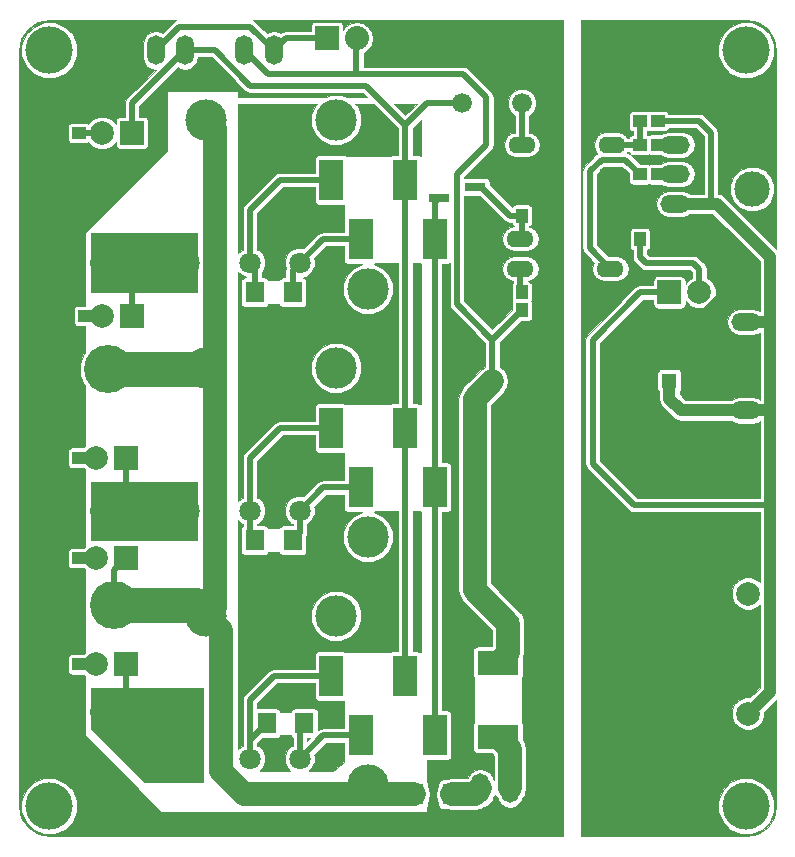
<source format=gbr>
G04 #@! TF.FileFunction,Copper,L2,Bot,Signal*
%FSLAX46Y46*%
G04 Gerber Fmt 4.6, Leading zero omitted, Abs format (unit mm)*
G04 Created by KiCad (PCBNEW 4.0.6) date 05/23/17 16:08:14*
%MOMM*%
%LPD*%
G01*
G04 APERTURE LIST*
%ADD10C,0.100000*%
%ADD11C,3.500000*%
%ADD12C,1.800000*%
%ADD13R,2.000000X2.000000*%
%ADD14C,2.000000*%
%ADD15R,2.032000X2.032000*%
%ADD16O,2.032000X2.032000*%
%ADD17R,1.300000X1.300000*%
%ADD18C,1.300000*%
%ADD19R,1.800860X0.800100*%
%ADD20R,1.600000X1.800000*%
%ADD21R,1.150000X1.000000*%
%ADD22R,1.000000X1.150000*%
%ADD23O,1.500000X2.500000*%
%ADD24R,2.000000X3.500000*%
%ADD25O,2.500000X1.500000*%
%ADD26C,3.000000*%
%ADD27O,2.300000X1.400000*%
%ADD28C,1.676400*%
%ADD29R,3.500000X2.000000*%
%ADD30C,4.064000*%
%ADD31C,4.000000*%
%ADD32C,0.500000*%
%ADD33C,2.000000*%
%ADD34C,3.000000*%
%ADD35C,1.000000*%
%ADD36C,0.026000*%
G04 APERTURE END LIST*
D10*
D11*
X14000000Y-42000000D03*
D12*
X24200000Y-42000000D03*
X20000000Y-42000000D03*
D11*
X30000000Y-44200000D03*
X16300000Y-29900000D03*
X27300000Y-29900000D03*
X14000000Y-21000000D03*
D12*
X24200000Y-21000000D03*
X20000000Y-21000000D03*
D11*
X30000000Y-23200000D03*
X16300000Y-8900000D03*
X27300000Y-8900000D03*
D13*
X55500000Y-23500000D03*
D14*
X58040000Y-23500000D03*
D13*
X10000000Y-25500000D03*
D14*
X7460000Y-25500000D03*
D13*
X9500000Y-46000000D03*
D14*
X6960000Y-46000000D03*
D13*
X9500000Y-37500000D03*
D14*
X6960000Y-37500000D03*
D15*
X26500000Y-2000000D03*
D16*
X29040000Y-2000000D03*
D17*
X40500000Y-31000000D03*
D18*
X45500000Y-31000000D03*
D19*
X39001140Y-14550000D03*
X39001140Y-16450000D03*
X35998860Y-15500000D03*
D20*
X23600000Y-23500000D03*
X20400000Y-23500000D03*
D13*
X10000000Y-10000000D03*
D14*
X7460000Y-10000000D03*
D21*
X5500000Y-10000000D03*
X4000000Y-10000000D03*
D22*
X53000000Y-19000000D03*
X53000000Y-17500000D03*
X43000000Y-17000000D03*
X43000000Y-15500000D03*
D21*
X53000000Y-9000000D03*
X54500000Y-9000000D03*
X54500000Y-11000000D03*
X53000000Y-11000000D03*
X6000000Y-25500000D03*
X4500000Y-25500000D03*
X5500000Y-46000000D03*
X4000000Y-46000000D03*
X5500000Y-37500000D03*
X4000000Y-37500000D03*
X54500000Y-13500000D03*
X53000000Y-13500000D03*
D20*
X37100000Y-66000000D03*
X33900000Y-66000000D03*
D23*
X22000000Y-3000000D03*
X19500000Y-3000000D03*
X14500000Y-3000000D03*
X12000000Y-3000000D03*
X42000000Y-65500000D03*
X39500000Y-65500000D03*
D24*
X35650000Y-19000000D03*
X29350000Y-19000000D03*
X33150000Y-14000000D03*
X26850000Y-14000000D03*
X35650000Y-40000000D03*
X29350000Y-40000000D03*
X33150000Y-35000000D03*
X26850000Y-35000000D03*
D20*
X23600000Y-44500000D03*
X20400000Y-44500000D03*
D22*
X43000000Y-23500000D03*
X43000000Y-25000000D03*
D25*
X62000000Y-33500000D03*
X62000000Y-31000000D03*
X62000000Y-26000000D03*
X62000000Y-23500000D03*
X56000000Y-18500000D03*
X56000000Y-16000000D03*
X56000000Y-13500000D03*
X56000000Y-11000000D03*
D26*
X62500000Y-14750000D03*
D17*
X55500000Y-31000000D03*
D18*
X50500000Y-31000000D03*
D13*
X9500000Y-55000000D03*
D14*
X6960000Y-55000000D03*
D21*
X5500000Y-55000000D03*
X4000000Y-55000000D03*
D14*
X41840000Y-51540000D03*
X41840000Y-46460000D03*
X41840000Y-38840000D03*
X62160000Y-38840000D03*
X62160000Y-49000000D03*
X62160000Y-59160000D03*
D27*
X50500000Y-21500000D03*
X50500000Y-18960000D03*
X42880000Y-18960000D03*
X42880000Y-21500000D03*
X43000000Y-11000000D03*
X43000000Y-13540000D03*
X50620000Y-13540000D03*
X50620000Y-11000000D03*
D20*
X24600000Y-60000000D03*
X21400000Y-60000000D03*
D24*
X35650000Y-61000000D03*
X29350000Y-61000000D03*
X33150000Y-56000000D03*
X26850000Y-56000000D03*
D11*
X14000000Y-63000000D03*
D12*
X24200000Y-63000000D03*
X20000000Y-63000000D03*
D11*
X30000000Y-65200000D03*
X16300000Y-50900000D03*
X27300000Y-50900000D03*
D28*
X37960000Y-7500000D03*
X43040000Y-7500000D03*
D29*
X41000000Y-54850000D03*
X41000000Y-61150000D03*
D30*
X8500000Y-21000000D03*
X8000000Y-30000000D03*
X3000000Y-59000000D03*
X3500000Y-30000000D03*
X8500000Y-59000000D03*
X3000000Y-50000000D03*
X3000000Y-42000000D03*
X8500000Y-42000000D03*
X3500000Y-21000000D03*
X8500000Y-50000000D03*
X3500000Y-15000000D03*
D31*
X3000000Y-3000000D03*
X3000000Y-67000000D03*
X62000000Y-67000000D03*
X62000000Y-3000000D03*
D32*
X39001140Y-16450000D02*
X39001140Y-18501140D01*
X40750000Y-20250000D02*
X45500000Y-20250000D01*
X39001140Y-18501140D02*
X40750000Y-20250000D01*
D33*
X3500000Y-60000000D02*
X12000000Y-68500000D01*
X44500000Y-49120000D02*
X41840000Y-46460000D01*
X44500000Y-66500000D02*
X44500000Y-49120000D01*
X42500000Y-68500000D02*
X44500000Y-66500000D01*
X12000000Y-68500000D02*
X42500000Y-68500000D01*
D32*
X43000000Y-15500000D02*
X45000000Y-15500000D01*
X45500000Y-16000000D02*
X45500000Y-20250000D01*
X45000000Y-15500000D02*
X45500000Y-16000000D01*
X4500000Y-25500000D02*
X3500000Y-25500000D01*
X4000000Y-37500000D02*
X4000000Y-34000000D01*
X4000000Y-34000000D02*
X3500000Y-33500000D01*
X4000000Y-46000000D02*
X3500000Y-45500000D01*
X3500000Y-45500000D02*
X3500000Y-45000000D01*
X3500000Y-54000000D02*
X3500000Y-54500000D01*
X3500000Y-54500000D02*
X4000000Y-55000000D01*
X3500000Y-50000000D02*
X3500000Y-54000000D01*
X3500000Y-54000000D02*
X3500000Y-60000000D01*
X3500000Y-42000000D02*
X3500000Y-45000000D01*
X3500000Y-45000000D02*
X3500000Y-50000000D01*
X3500000Y-33500000D02*
X3500000Y-42000000D01*
X3500000Y-21000000D02*
X3500000Y-25500000D01*
X3500000Y-25500000D02*
X3500000Y-33500000D01*
X3500000Y-21000000D02*
X3500000Y-10500000D01*
X3500000Y-10500000D02*
X4000000Y-10000000D01*
X45500000Y-20250000D02*
X45500000Y-21500000D01*
X45500000Y-21500000D02*
X45500000Y-31000000D01*
D33*
X41840000Y-38840000D02*
X41840000Y-34660000D01*
X41840000Y-34660000D02*
X45500000Y-31000000D01*
X41840000Y-38840000D02*
X41840000Y-46460000D01*
D32*
X43000000Y-13540000D02*
X43000000Y-15500000D01*
D33*
X17500000Y-52100000D02*
X16300000Y-50900000D01*
X33900000Y-66000000D02*
X19500000Y-66000000D01*
X17500000Y-64000000D02*
X17500000Y-52100000D01*
X19500000Y-66000000D02*
X17500000Y-64000000D01*
D34*
X16200000Y-30000000D02*
X16300000Y-29900000D01*
D33*
X33900000Y-66000000D02*
X30800000Y-66000000D01*
X30800000Y-66000000D02*
X30000000Y-65200000D01*
D32*
X8500000Y-50000000D02*
X8500000Y-47000000D01*
X8500000Y-47000000D02*
X9500000Y-46000000D01*
D34*
X8500000Y-50000000D02*
X15400000Y-50000000D01*
X15400000Y-50000000D02*
X16300000Y-50900000D01*
D33*
X16300000Y-50900000D02*
X17000000Y-50200000D01*
X17000000Y-50200000D02*
X17000000Y-9600000D01*
X17000000Y-9600000D02*
X16300000Y-8900000D01*
X16300000Y-8900000D02*
X17000000Y-9600000D01*
X17000000Y-9600000D02*
X17000000Y-29200000D01*
X17000000Y-29200000D02*
X16300000Y-29900000D01*
D34*
X8500000Y-30000000D02*
X16200000Y-30000000D01*
D32*
X53000000Y-19000000D02*
X53000000Y-20500000D01*
X53500000Y-21000000D02*
X57500000Y-21000000D01*
X53000000Y-20500000D02*
X53500000Y-21000000D01*
X53000000Y-19000000D02*
X53000000Y-19500000D01*
X58040000Y-21540000D02*
X58040000Y-23500000D01*
X57500000Y-21000000D02*
X58040000Y-21540000D01*
X52960000Y-19040000D02*
X53000000Y-19000000D01*
D33*
X37100000Y-66000000D02*
X39000000Y-66000000D01*
X39000000Y-66000000D02*
X39500000Y-65500000D01*
D32*
X8500000Y-21000000D02*
X10000000Y-22500000D01*
X10000000Y-22500000D02*
X10000000Y-25500000D01*
X8500000Y-21000000D02*
X14000000Y-21000000D01*
X7460000Y-25500000D02*
X6000000Y-25500000D01*
X6960000Y-46000000D02*
X5500000Y-46000000D01*
X29040000Y-2000000D02*
X29000000Y-2040000D01*
X29000000Y-2040000D02*
X29000000Y-5000000D01*
X29040000Y-1500000D02*
X29000000Y-1540000D01*
X19500000Y-3000000D02*
X21500000Y-5000000D01*
X38000000Y-5000000D02*
X40000000Y-7000000D01*
X21500000Y-5000000D02*
X29000000Y-5000000D01*
X29000000Y-5000000D02*
X38000000Y-5000000D01*
D33*
X41000000Y-54850000D02*
X41840000Y-54010000D01*
X41840000Y-54010000D02*
X41840000Y-51540000D01*
D32*
X40500000Y-27500000D02*
X37500000Y-24500000D01*
X40000000Y-7000000D02*
X40000000Y-11000000D01*
X40000000Y-11000000D02*
X37500000Y-13500000D01*
X37500000Y-24500000D02*
X37500000Y-13500000D01*
X40500000Y-31000000D02*
X40500000Y-27500000D01*
X40500000Y-27500000D02*
X43000000Y-25000000D01*
X29040000Y-1500000D02*
X29000000Y-1540000D01*
D33*
X40500000Y-31000000D02*
X39000000Y-32500000D01*
X39000000Y-48700000D02*
X41840000Y-51540000D01*
X39000000Y-32500000D02*
X39000000Y-48700000D01*
D32*
X9500000Y-37500000D02*
X9500000Y-41000000D01*
X9500000Y-41000000D02*
X8500000Y-42000000D01*
X8500000Y-42000000D02*
X14000000Y-42000000D01*
X6960000Y-37500000D02*
X5500000Y-37500000D01*
X53000000Y-13500000D02*
X51750000Y-12250000D01*
X48750000Y-19750000D02*
X50500000Y-21500000D01*
X48750000Y-13250000D02*
X48750000Y-19750000D01*
X49750000Y-12250000D02*
X48750000Y-13250000D01*
X51750000Y-12250000D02*
X49750000Y-12250000D01*
X52865000Y-13365000D02*
X53000000Y-13500000D01*
X14500000Y-3000000D02*
X17000000Y-3000000D01*
X17000000Y-3000000D02*
X20000000Y-6000000D01*
X14500000Y-3000000D02*
X10000000Y-7500000D01*
X10000000Y-7500000D02*
X10000000Y-10000000D01*
X33150000Y-9350000D02*
X29800000Y-6000000D01*
X29800000Y-6000000D02*
X20000000Y-6000000D01*
X33150000Y-14000000D02*
X33150000Y-9350000D01*
X35000000Y-7500000D02*
X37960000Y-7500000D01*
X33150000Y-9350000D02*
X35000000Y-7500000D01*
X33150000Y-35000000D02*
X33150000Y-56000000D01*
X33150000Y-14000000D02*
X33150000Y-35000000D01*
X35650000Y-19000000D02*
X35650000Y-15848860D01*
X35650000Y-15848860D02*
X35998860Y-15500000D01*
X35650000Y-19000000D02*
X35998860Y-18651140D01*
X35998860Y-18000000D02*
X34998860Y-19000000D01*
X35650000Y-40000000D02*
X35650000Y-19000000D01*
X35650000Y-61000000D02*
X35650000Y-40000000D01*
X50620000Y-11000000D02*
X53000000Y-11000000D01*
X53000000Y-9000000D02*
X53000000Y-11000000D01*
X52865000Y-11135000D02*
X53000000Y-11000000D01*
X56000000Y-13500000D02*
X54500000Y-13500000D01*
X43000000Y-11000000D02*
X43000000Y-7540000D01*
X43000000Y-7540000D02*
X43040000Y-7500000D01*
X22000000Y-3000000D02*
X23000000Y-2000000D01*
X23000000Y-2000000D02*
X26500000Y-2000000D01*
X12000000Y-3000000D02*
X14000000Y-1000000D01*
X20000000Y-1000000D02*
X22000000Y-3000000D01*
X14000000Y-1000000D02*
X20000000Y-1000000D01*
D35*
X50500000Y-31000000D02*
X54500000Y-27000000D01*
X54500000Y-27000000D02*
X57000000Y-27000000D01*
X50500000Y-35500000D02*
X50500000Y-31000000D01*
X53840000Y-38840000D02*
X50500000Y-35500000D01*
X62160000Y-38840000D02*
X53840000Y-38840000D01*
X62000000Y-31000000D02*
X61000000Y-31000000D01*
X61000000Y-31000000D02*
X57000000Y-27000000D01*
X56000000Y-18500000D02*
X59500000Y-18500000D01*
X62500000Y-21500000D02*
X62500000Y-23500000D01*
X59500000Y-18500000D02*
X62500000Y-21500000D01*
D32*
X53000000Y-17500000D02*
X55000000Y-17500000D01*
X55000000Y-17500000D02*
X56000000Y-18500000D01*
D35*
X57000000Y-27000000D02*
X60500000Y-23500000D01*
X60500000Y-23500000D02*
X62500000Y-23500000D01*
D32*
X53000000Y-17500000D02*
X50500000Y-17500000D01*
X50500000Y-18960000D02*
X50500000Y-17500000D01*
X50500000Y-17500000D02*
X50500000Y-13660000D01*
X50500000Y-13660000D02*
X50620000Y-13540000D01*
X64000000Y-41500000D02*
X52500000Y-41500000D01*
X53000000Y-23500000D02*
X49000000Y-27500000D01*
X49000000Y-38000000D02*
X52500000Y-41500000D01*
X49000000Y-27500000D02*
X49000000Y-38000000D01*
X53000000Y-23500000D02*
X55500000Y-23500000D01*
D35*
X62000000Y-33500000D02*
X64000000Y-33500000D01*
X62000000Y-26000000D02*
X64000000Y-26000000D01*
X62160000Y-59160000D02*
X64000000Y-57320000D01*
X64000000Y-57320000D02*
X64000000Y-41500000D01*
X64000000Y-41500000D02*
X64000000Y-33500000D01*
X59500000Y-16000000D02*
X59000000Y-16000000D01*
X64000000Y-20500000D02*
X59500000Y-16000000D01*
X64000000Y-33500000D02*
X64000000Y-26000000D01*
X64000000Y-26000000D02*
X64000000Y-20500000D01*
X55500000Y-31000000D02*
X55500000Y-32500000D01*
X56500000Y-33500000D02*
X62000000Y-33500000D01*
X55500000Y-32500000D02*
X56500000Y-33500000D01*
X59000000Y-16000000D02*
X56000000Y-16000000D01*
D32*
X54500000Y-9000000D02*
X58000000Y-9000000D01*
X59000000Y-10000000D02*
X59000000Y-16000000D01*
X58000000Y-9000000D02*
X59000000Y-10000000D01*
X5500000Y-10000000D02*
X7460000Y-10000000D01*
X54500000Y-11000000D02*
X56000000Y-11000000D01*
X42880000Y-21500000D02*
X42880000Y-23380000D01*
X42880000Y-23380000D02*
X43000000Y-23500000D01*
X39001140Y-14550000D02*
X39550000Y-14550000D01*
X39550000Y-14550000D02*
X42000000Y-17000000D01*
X42000000Y-17000000D02*
X43000000Y-17000000D01*
X42950000Y-17050000D02*
X43000000Y-17000000D01*
X43000000Y-17000000D02*
X43000000Y-18840000D01*
X43000000Y-18840000D02*
X42880000Y-18960000D01*
X24200000Y-42000000D02*
X24200000Y-43900000D01*
X24200000Y-43900000D02*
X23600000Y-44500000D01*
X24200000Y-42000000D02*
X26200000Y-40000000D01*
X26200000Y-40000000D02*
X29350000Y-40000000D01*
X20000000Y-42000000D02*
X20000000Y-44100000D01*
X20000000Y-44100000D02*
X20400000Y-44500000D01*
X20000000Y-42000000D02*
X20000000Y-37500000D01*
X22500000Y-35000000D02*
X26850000Y-35000000D01*
X20000000Y-37500000D02*
X22500000Y-35000000D01*
X24200000Y-21000000D02*
X26200000Y-19000000D01*
X26200000Y-19000000D02*
X29350000Y-19000000D01*
X24200000Y-21000000D02*
X23600000Y-21600000D01*
X23600000Y-21600000D02*
X23600000Y-23500000D01*
X24500000Y-20700000D02*
X24200000Y-21000000D01*
X20000000Y-21000000D02*
X20000000Y-16500000D01*
X22500000Y-14000000D02*
X26850000Y-14000000D01*
X20000000Y-16500000D02*
X22500000Y-14000000D01*
X26850000Y-14150000D02*
X26850000Y-14000000D01*
X20000000Y-21000000D02*
X20400000Y-21400000D01*
X20400000Y-21400000D02*
X20400000Y-23500000D01*
X5500000Y-55000000D02*
X6960000Y-55000000D01*
X11500000Y-63000000D02*
X8500000Y-60000000D01*
X9500000Y-55000000D02*
X9500000Y-59000000D01*
X9500000Y-59000000D02*
X8500000Y-60000000D01*
X14000000Y-63000000D02*
X11500000Y-63000000D01*
X24200000Y-63000000D02*
X24200000Y-60400000D01*
X24200000Y-60400000D02*
X24600000Y-60000000D01*
X24200000Y-63000000D02*
X26200000Y-61000000D01*
X26200000Y-61000000D02*
X29350000Y-61000000D01*
X20000000Y-63000000D02*
X20000000Y-61400000D01*
X20000000Y-61400000D02*
X21400000Y-60000000D01*
X20000000Y-63000000D02*
X20000000Y-58000000D01*
X22000000Y-56000000D02*
X26850000Y-56000000D01*
X20000000Y-58000000D02*
X22000000Y-56000000D01*
D33*
X42000000Y-65500000D02*
X42000000Y-62150000D01*
X42000000Y-62150000D02*
X41000000Y-61150000D01*
D36*
G36*
X13566543Y-566544D02*
X12586005Y-1547082D01*
X12425927Y-1440121D01*
X12000000Y-1355399D01*
X11574073Y-1440121D01*
X11212990Y-1681389D01*
X10971722Y-2042472D01*
X10887000Y-2468399D01*
X10887000Y-3531601D01*
X10971722Y-3957528D01*
X11212990Y-4318611D01*
X11574073Y-4559879D01*
X11990397Y-4642691D01*
X9566544Y-7066544D01*
X9433662Y-7265415D01*
X9387000Y-7500000D01*
X9387000Y-8629889D01*
X9000000Y-8629889D01*
X8865480Y-8655201D01*
X8741932Y-8734702D01*
X8659049Y-8856006D01*
X8629889Y-9000000D01*
X8629889Y-9262136D01*
X8616169Y-9228931D01*
X8233086Y-8845178D01*
X7732307Y-8637237D01*
X7190072Y-8636764D01*
X6688931Y-8843831D01*
X6310517Y-9221584D01*
X6218994Y-9159049D01*
X6075000Y-9129889D01*
X4925000Y-9129889D01*
X4790480Y-9155201D01*
X4666932Y-9234702D01*
X4584049Y-9356006D01*
X4554889Y-9500000D01*
X4554889Y-10500000D01*
X4580201Y-10634520D01*
X4659702Y-10758068D01*
X4781006Y-10840951D01*
X4925000Y-10870111D01*
X6075000Y-10870111D01*
X6209520Y-10844799D01*
X6311758Y-10779010D01*
X6686914Y-11154822D01*
X7187693Y-11362763D01*
X7729928Y-11363236D01*
X8231069Y-11156169D01*
X8614822Y-10773086D01*
X8629889Y-10736801D01*
X8629889Y-11000000D01*
X8655201Y-11134520D01*
X8734702Y-11258068D01*
X8856006Y-11340951D01*
X9000000Y-11370111D01*
X11000000Y-11370111D01*
X11134520Y-11344799D01*
X11258068Y-11265298D01*
X11340951Y-11143994D01*
X11370111Y-11000000D01*
X11370111Y-9000000D01*
X11344799Y-8865480D01*
X11265298Y-8741932D01*
X11143994Y-8659049D01*
X11000000Y-8629889D01*
X10613000Y-8629889D01*
X10613000Y-7753912D01*
X13913994Y-4452918D01*
X14074073Y-4559879D01*
X14500000Y-4644601D01*
X14925927Y-4559879D01*
X15287010Y-4318611D01*
X15528278Y-3957528D01*
X15596809Y-3613000D01*
X16746088Y-3613000D01*
X19566544Y-6433457D01*
X19765415Y-6566338D01*
X20000000Y-6613000D01*
X29546088Y-6613000D01*
X29920088Y-6987000D01*
X28202914Y-6987000D01*
X27722146Y-6787368D01*
X26881542Y-6786634D01*
X26396619Y-6987000D01*
X19013000Y-6987000D01*
X19013000Y-6500000D01*
X19011976Y-6494942D01*
X19009065Y-6490681D01*
X19004725Y-6487889D01*
X19000000Y-6487000D01*
X13000000Y-6487000D01*
X12994942Y-6488024D01*
X12990681Y-6490935D01*
X12987889Y-6495275D01*
X12987000Y-6500000D01*
X12987000Y-11494616D01*
X5990808Y-18490808D01*
X5987955Y-18495108D01*
X5987000Y-18500000D01*
X5987000Y-24629889D01*
X5425000Y-24629889D01*
X5290480Y-24655201D01*
X5166932Y-24734702D01*
X5084049Y-24856006D01*
X5054889Y-25000000D01*
X5054889Y-26000000D01*
X5080201Y-26134520D01*
X5159702Y-26258068D01*
X5281006Y-26340951D01*
X5425000Y-26370111D01*
X5987000Y-26370111D01*
X5987000Y-28625400D01*
X5970802Y-28641570D01*
X5605416Y-29521515D01*
X5604585Y-30474305D01*
X5968434Y-31354886D01*
X5987000Y-31373484D01*
X5987000Y-36545410D01*
X5902373Y-36629889D01*
X4925000Y-36629889D01*
X4790480Y-36655201D01*
X4666932Y-36734702D01*
X4584049Y-36856006D01*
X4554889Y-37000000D01*
X4554889Y-38000000D01*
X4580201Y-38134520D01*
X4659702Y-38258068D01*
X4781006Y-38340951D01*
X4925000Y-38370111D01*
X5902700Y-38370111D01*
X5987000Y-38454558D01*
X5987000Y-45045410D01*
X5902373Y-45129889D01*
X4925000Y-45129889D01*
X4790480Y-45155201D01*
X4666932Y-45234702D01*
X4584049Y-45356006D01*
X4554889Y-45500000D01*
X4554889Y-46500000D01*
X4580201Y-46634520D01*
X4659702Y-46758068D01*
X4781006Y-46840951D01*
X4925000Y-46870111D01*
X5902700Y-46870111D01*
X5987000Y-46954558D01*
X5987000Y-54045410D01*
X5902373Y-54129889D01*
X4925000Y-54129889D01*
X4790480Y-54155201D01*
X4666932Y-54234702D01*
X4584049Y-54356006D01*
X4554889Y-54500000D01*
X4554889Y-55500000D01*
X4580201Y-55634520D01*
X4659702Y-55758068D01*
X4781006Y-55840951D01*
X4925000Y-55870111D01*
X5902700Y-55870111D01*
X5987000Y-55954558D01*
X5987000Y-61000000D01*
X5988024Y-61005058D01*
X5990808Y-61009192D01*
X12490808Y-67509192D01*
X12495108Y-67512045D01*
X12500000Y-67513000D01*
X35000000Y-67513000D01*
X35005058Y-67511976D01*
X35009319Y-67509065D01*
X35012111Y-67504725D01*
X35013000Y-67500000D01*
X35013000Y-67084902D01*
X35040951Y-67043994D01*
X35070111Y-66900000D01*
X35070111Y-66655001D01*
X35159248Y-66521598D01*
X35263000Y-66000000D01*
X35159248Y-65478402D01*
X35070111Y-65344999D01*
X35070111Y-65100000D01*
X35044799Y-64965480D01*
X35013000Y-64916063D01*
X35013000Y-63120111D01*
X36650000Y-63120111D01*
X36784520Y-63094799D01*
X36908068Y-63015298D01*
X36990951Y-62893994D01*
X37020111Y-62750000D01*
X37020111Y-59250000D01*
X36994799Y-59115480D01*
X36915298Y-58991932D01*
X36793994Y-58909049D01*
X36650000Y-58879889D01*
X36263000Y-58879889D01*
X36263000Y-42120111D01*
X36650000Y-42120111D01*
X36784520Y-42094799D01*
X36908068Y-42015298D01*
X36990951Y-41893994D01*
X37020111Y-41750000D01*
X37020111Y-38250000D01*
X36994799Y-38115480D01*
X36915298Y-37991932D01*
X36793994Y-37909049D01*
X36650000Y-37879889D01*
X36263000Y-37879889D01*
X36263000Y-21120111D01*
X36650000Y-21120111D01*
X36784520Y-21094799D01*
X36887000Y-21028855D01*
X36887000Y-24500000D01*
X36918442Y-24658068D01*
X36933662Y-24734585D01*
X37066544Y-24933456D01*
X39887000Y-27753913D01*
X39887000Y-29801825D01*
X39536213Y-30036214D01*
X38036213Y-31536213D01*
X37740752Y-31978402D01*
X37733943Y-32012632D01*
X37636999Y-32500000D01*
X37637000Y-32500005D01*
X37637000Y-48699995D01*
X37636999Y-48700000D01*
X37684888Y-48940752D01*
X37740752Y-49221598D01*
X37941150Y-49521515D01*
X38036213Y-49663787D01*
X40477000Y-52104573D01*
X40477000Y-53445427D01*
X40442537Y-53479889D01*
X39250000Y-53479889D01*
X39115480Y-53505201D01*
X38991932Y-53584702D01*
X38909049Y-53706006D01*
X38879889Y-53850000D01*
X38879889Y-55850000D01*
X38905201Y-55984520D01*
X38984702Y-56108068D01*
X38987000Y-56109638D01*
X38987000Y-59891920D01*
X38909049Y-60006006D01*
X38879889Y-60150000D01*
X38879889Y-62150000D01*
X38905201Y-62284520D01*
X38984702Y-62408068D01*
X39106006Y-62490951D01*
X39250000Y-62520111D01*
X40442537Y-62520111D01*
X40637000Y-62714573D01*
X40637000Y-64795445D01*
X40553842Y-64670990D01*
X40528278Y-64542472D01*
X40287010Y-64181389D01*
X39925927Y-63940121D01*
X39500000Y-63855399D01*
X39074073Y-63940121D01*
X38712990Y-64181389D01*
X38471722Y-64542472D01*
X38457263Y-64615164D01*
X38435427Y-64637000D01*
X37100000Y-64637000D01*
X36633014Y-64729889D01*
X36300000Y-64729889D01*
X36165480Y-64755201D01*
X36041932Y-64834702D01*
X35959049Y-64956006D01*
X35929889Y-65100000D01*
X35929889Y-65344999D01*
X35840752Y-65478402D01*
X35737000Y-66000000D01*
X35840752Y-66521598D01*
X35929889Y-66655001D01*
X35929889Y-66900000D01*
X35955201Y-67034520D01*
X36034702Y-67158068D01*
X36156006Y-67240951D01*
X36300000Y-67270111D01*
X36633014Y-67270111D01*
X37100000Y-67363000D01*
X38999995Y-67363000D01*
X39000000Y-67363001D01*
X39435059Y-67276462D01*
X39521598Y-67259248D01*
X39775064Y-67089887D01*
X39925927Y-67059879D01*
X40287010Y-66818611D01*
X40528278Y-66457528D01*
X40553842Y-66329009D01*
X40750000Y-66035438D01*
X40946158Y-66329011D01*
X40971722Y-66457528D01*
X41212990Y-66818611D01*
X41574073Y-67059879D01*
X42000000Y-67144601D01*
X42425927Y-67059879D01*
X42787010Y-66818611D01*
X43028278Y-66457528D01*
X43053842Y-66329011D01*
X43259248Y-66021598D01*
X43363000Y-65500000D01*
X43363000Y-62150005D01*
X43363001Y-62150000D01*
X43259249Y-61628403D01*
X43120111Y-61420169D01*
X43120111Y-60150000D01*
X43094799Y-60015480D01*
X43015298Y-59891932D01*
X43013000Y-59890362D01*
X43013000Y-56108080D01*
X43090951Y-55993994D01*
X43120111Y-55850000D01*
X43120111Y-54426712D01*
X43203000Y-54010000D01*
X43203000Y-51540616D01*
X43203236Y-51270072D01*
X42996169Y-50768931D01*
X42613086Y-50385178D01*
X42612513Y-50384940D01*
X40363000Y-48135426D01*
X40363000Y-33064574D01*
X41463786Y-31963787D01*
X41759248Y-31521598D01*
X41863000Y-31000000D01*
X41759248Y-30478403D01*
X41463786Y-30036214D01*
X41113000Y-29801826D01*
X41113000Y-27753912D01*
X42921802Y-25945111D01*
X43500000Y-25945111D01*
X43634520Y-25919799D01*
X43758068Y-25840298D01*
X43840951Y-25718994D01*
X43870111Y-25575000D01*
X43870111Y-24425000D01*
X43844799Y-24290480D01*
X43819243Y-24250765D01*
X43840951Y-24218994D01*
X43870111Y-24075000D01*
X43870111Y-22925000D01*
X43844799Y-22790480D01*
X43765298Y-22666932D01*
X43643994Y-22584049D01*
X43500000Y-22554889D01*
X43493000Y-22554889D01*
X43493000Y-22536473D01*
X43766433Y-22482084D01*
X44111296Y-22251655D01*
X44341725Y-21906792D01*
X44422641Y-21500000D01*
X44341725Y-21093208D01*
X44111296Y-20748345D01*
X43766433Y-20517916D01*
X43359641Y-20437000D01*
X42400359Y-20437000D01*
X41993567Y-20517916D01*
X41648704Y-20748345D01*
X41418275Y-21093208D01*
X41337359Y-21500000D01*
X41418275Y-21906792D01*
X41648704Y-22251655D01*
X41993567Y-22482084D01*
X42267000Y-22536473D01*
X42267000Y-22643571D01*
X42241932Y-22659702D01*
X42159049Y-22781006D01*
X42129889Y-22925000D01*
X42129889Y-24075000D01*
X42155201Y-24209520D01*
X42180757Y-24249235D01*
X42159049Y-24281006D01*
X42129889Y-24425000D01*
X42129889Y-25003198D01*
X40500000Y-26633087D01*
X38113000Y-24246088D01*
X38113000Y-15320161D01*
X39453249Y-15320161D01*
X41566543Y-17433456D01*
X41765415Y-17566338D01*
X42000000Y-17613000D01*
X42137039Y-17613000D01*
X42155201Y-17709520D01*
X42234702Y-17833068D01*
X42344525Y-17908106D01*
X41993567Y-17977916D01*
X41648704Y-18208345D01*
X41418275Y-18553208D01*
X41337359Y-18960000D01*
X41418275Y-19366792D01*
X41648704Y-19711655D01*
X41993567Y-19942084D01*
X42400359Y-20023000D01*
X43359641Y-20023000D01*
X43766433Y-19942084D01*
X44111296Y-19711655D01*
X44341725Y-19366792D01*
X44422641Y-18960000D01*
X44341725Y-18553208D01*
X44111296Y-18208345D01*
X43766433Y-17977916D01*
X43613000Y-17947396D01*
X43613000Y-17923848D01*
X43634520Y-17919799D01*
X43758068Y-17840298D01*
X43840951Y-17718994D01*
X43870111Y-17575000D01*
X43870111Y-16425000D01*
X43844799Y-16290480D01*
X43765298Y-16166932D01*
X43643994Y-16084049D01*
X43500000Y-16054889D01*
X42500000Y-16054889D01*
X42365480Y-16080201D01*
X42241932Y-16159702D01*
X42159049Y-16281006D01*
X42157175Y-16290262D01*
X40271681Y-14404769D01*
X40271681Y-14149950D01*
X40246369Y-14015430D01*
X40166868Y-13891882D01*
X40045564Y-13808999D01*
X39901570Y-13779839D01*
X38113000Y-13779839D01*
X38113000Y-13753912D01*
X40433457Y-11433456D01*
X40566338Y-11234585D01*
X40582204Y-11154822D01*
X40613000Y-11000000D01*
X41457359Y-11000000D01*
X41538275Y-11406792D01*
X41768704Y-11751655D01*
X42113567Y-11982084D01*
X42520359Y-12063000D01*
X43479641Y-12063000D01*
X43886433Y-11982084D01*
X44231296Y-11751655D01*
X44461725Y-11406792D01*
X44542641Y-11000000D01*
X44461725Y-10593208D01*
X44231296Y-10248345D01*
X43886433Y-10017916D01*
X43613000Y-9963527D01*
X43613000Y-8562942D01*
X43719536Y-8518922D01*
X44057734Y-8181314D01*
X44240991Y-7739982D01*
X44241408Y-7262115D01*
X44058922Y-6820464D01*
X43721314Y-6482266D01*
X43279982Y-6299009D01*
X42802115Y-6298592D01*
X42360464Y-6481078D01*
X42022266Y-6818686D01*
X41839009Y-7260018D01*
X41838592Y-7737885D01*
X42021078Y-8179536D01*
X42358686Y-8517734D01*
X42387000Y-8529491D01*
X42387000Y-9963527D01*
X42113567Y-10017916D01*
X41768704Y-10248345D01*
X41538275Y-10593208D01*
X41457359Y-11000000D01*
X40613000Y-11000000D01*
X40613000Y-7000000D01*
X40566338Y-6765415D01*
X40433456Y-6566543D01*
X38433456Y-4566544D01*
X38234585Y-4433662D01*
X38000000Y-4387000D01*
X29613000Y-4387000D01*
X29613000Y-3270791D01*
X30015100Y-3002116D01*
X30314030Y-2554736D01*
X30419000Y-2027016D01*
X30419000Y-1972984D01*
X30314030Y-1445264D01*
X30015100Y-997884D01*
X29567720Y-698954D01*
X29040000Y-593984D01*
X28512280Y-698954D01*
X28064900Y-997884D01*
X27886111Y-1265460D01*
X27886111Y-984000D01*
X27860799Y-849480D01*
X27781298Y-725932D01*
X27659994Y-643049D01*
X27516000Y-613889D01*
X25484000Y-613889D01*
X25349480Y-639201D01*
X25225932Y-718702D01*
X25143049Y-840006D01*
X25113889Y-984000D01*
X25113889Y-1387000D01*
X23000000Y-1387000D01*
X22765415Y-1433662D01*
X22705551Y-1473662D01*
X22590838Y-1550311D01*
X22425927Y-1440121D01*
X22000000Y-1355399D01*
X21574073Y-1440121D01*
X21413995Y-1547082D01*
X20433456Y-566544D01*
X20241077Y-438000D01*
X46487000Y-438000D01*
X46487000Y-69562000D01*
X3043140Y-69562000D01*
X2022850Y-69359052D01*
X1194459Y-68805538D01*
X640948Y-67977150D01*
X539666Y-67467968D01*
X636591Y-67467968D01*
X995578Y-68336783D01*
X1659720Y-69002086D01*
X2527908Y-69362589D01*
X3467968Y-69363409D01*
X4336783Y-69004422D01*
X5002086Y-68340280D01*
X5362589Y-67472092D01*
X5363409Y-66532032D01*
X5004422Y-65663217D01*
X4340280Y-64997914D01*
X3472092Y-64637411D01*
X2532032Y-64636591D01*
X1663217Y-64995578D01*
X997914Y-65659720D01*
X637411Y-66527908D01*
X636591Y-67467968D01*
X539666Y-67467968D01*
X438000Y-66956861D01*
X438000Y-3467968D01*
X636591Y-3467968D01*
X995578Y-4336783D01*
X1659720Y-5002086D01*
X2527908Y-5362589D01*
X3467968Y-5363409D01*
X4336783Y-5004422D01*
X5002086Y-4340280D01*
X5362589Y-3472092D01*
X5363409Y-2532032D01*
X5004422Y-1663217D01*
X4340280Y-997914D01*
X3472092Y-637411D01*
X2532032Y-636591D01*
X1663217Y-995578D01*
X997914Y-1659720D01*
X637411Y-2527908D01*
X636591Y-3467968D01*
X438000Y-3467968D01*
X438000Y-3043139D01*
X640948Y-2022850D01*
X1194459Y-1194462D01*
X2022850Y-640948D01*
X3043140Y-438000D01*
X13758923Y-438000D01*
X13566543Y-566544D01*
X13566543Y-566544D01*
G37*
X13566543Y-566544D02*
X12586005Y-1547082D01*
X12425927Y-1440121D01*
X12000000Y-1355399D01*
X11574073Y-1440121D01*
X11212990Y-1681389D01*
X10971722Y-2042472D01*
X10887000Y-2468399D01*
X10887000Y-3531601D01*
X10971722Y-3957528D01*
X11212990Y-4318611D01*
X11574073Y-4559879D01*
X11990397Y-4642691D01*
X9566544Y-7066544D01*
X9433662Y-7265415D01*
X9387000Y-7500000D01*
X9387000Y-8629889D01*
X9000000Y-8629889D01*
X8865480Y-8655201D01*
X8741932Y-8734702D01*
X8659049Y-8856006D01*
X8629889Y-9000000D01*
X8629889Y-9262136D01*
X8616169Y-9228931D01*
X8233086Y-8845178D01*
X7732307Y-8637237D01*
X7190072Y-8636764D01*
X6688931Y-8843831D01*
X6310517Y-9221584D01*
X6218994Y-9159049D01*
X6075000Y-9129889D01*
X4925000Y-9129889D01*
X4790480Y-9155201D01*
X4666932Y-9234702D01*
X4584049Y-9356006D01*
X4554889Y-9500000D01*
X4554889Y-10500000D01*
X4580201Y-10634520D01*
X4659702Y-10758068D01*
X4781006Y-10840951D01*
X4925000Y-10870111D01*
X6075000Y-10870111D01*
X6209520Y-10844799D01*
X6311758Y-10779010D01*
X6686914Y-11154822D01*
X7187693Y-11362763D01*
X7729928Y-11363236D01*
X8231069Y-11156169D01*
X8614822Y-10773086D01*
X8629889Y-10736801D01*
X8629889Y-11000000D01*
X8655201Y-11134520D01*
X8734702Y-11258068D01*
X8856006Y-11340951D01*
X9000000Y-11370111D01*
X11000000Y-11370111D01*
X11134520Y-11344799D01*
X11258068Y-11265298D01*
X11340951Y-11143994D01*
X11370111Y-11000000D01*
X11370111Y-9000000D01*
X11344799Y-8865480D01*
X11265298Y-8741932D01*
X11143994Y-8659049D01*
X11000000Y-8629889D01*
X10613000Y-8629889D01*
X10613000Y-7753912D01*
X13913994Y-4452918D01*
X14074073Y-4559879D01*
X14500000Y-4644601D01*
X14925927Y-4559879D01*
X15287010Y-4318611D01*
X15528278Y-3957528D01*
X15596809Y-3613000D01*
X16746088Y-3613000D01*
X19566544Y-6433457D01*
X19765415Y-6566338D01*
X20000000Y-6613000D01*
X29546088Y-6613000D01*
X29920088Y-6987000D01*
X28202914Y-6987000D01*
X27722146Y-6787368D01*
X26881542Y-6786634D01*
X26396619Y-6987000D01*
X19013000Y-6987000D01*
X19013000Y-6500000D01*
X19011976Y-6494942D01*
X19009065Y-6490681D01*
X19004725Y-6487889D01*
X19000000Y-6487000D01*
X13000000Y-6487000D01*
X12994942Y-6488024D01*
X12990681Y-6490935D01*
X12987889Y-6495275D01*
X12987000Y-6500000D01*
X12987000Y-11494616D01*
X5990808Y-18490808D01*
X5987955Y-18495108D01*
X5987000Y-18500000D01*
X5987000Y-24629889D01*
X5425000Y-24629889D01*
X5290480Y-24655201D01*
X5166932Y-24734702D01*
X5084049Y-24856006D01*
X5054889Y-25000000D01*
X5054889Y-26000000D01*
X5080201Y-26134520D01*
X5159702Y-26258068D01*
X5281006Y-26340951D01*
X5425000Y-26370111D01*
X5987000Y-26370111D01*
X5987000Y-28625400D01*
X5970802Y-28641570D01*
X5605416Y-29521515D01*
X5604585Y-30474305D01*
X5968434Y-31354886D01*
X5987000Y-31373484D01*
X5987000Y-36545410D01*
X5902373Y-36629889D01*
X4925000Y-36629889D01*
X4790480Y-36655201D01*
X4666932Y-36734702D01*
X4584049Y-36856006D01*
X4554889Y-37000000D01*
X4554889Y-38000000D01*
X4580201Y-38134520D01*
X4659702Y-38258068D01*
X4781006Y-38340951D01*
X4925000Y-38370111D01*
X5902700Y-38370111D01*
X5987000Y-38454558D01*
X5987000Y-45045410D01*
X5902373Y-45129889D01*
X4925000Y-45129889D01*
X4790480Y-45155201D01*
X4666932Y-45234702D01*
X4584049Y-45356006D01*
X4554889Y-45500000D01*
X4554889Y-46500000D01*
X4580201Y-46634520D01*
X4659702Y-46758068D01*
X4781006Y-46840951D01*
X4925000Y-46870111D01*
X5902700Y-46870111D01*
X5987000Y-46954558D01*
X5987000Y-54045410D01*
X5902373Y-54129889D01*
X4925000Y-54129889D01*
X4790480Y-54155201D01*
X4666932Y-54234702D01*
X4584049Y-54356006D01*
X4554889Y-54500000D01*
X4554889Y-55500000D01*
X4580201Y-55634520D01*
X4659702Y-55758068D01*
X4781006Y-55840951D01*
X4925000Y-55870111D01*
X5902700Y-55870111D01*
X5987000Y-55954558D01*
X5987000Y-61000000D01*
X5988024Y-61005058D01*
X5990808Y-61009192D01*
X12490808Y-67509192D01*
X12495108Y-67512045D01*
X12500000Y-67513000D01*
X35000000Y-67513000D01*
X35005058Y-67511976D01*
X35009319Y-67509065D01*
X35012111Y-67504725D01*
X35013000Y-67500000D01*
X35013000Y-67084902D01*
X35040951Y-67043994D01*
X35070111Y-66900000D01*
X35070111Y-66655001D01*
X35159248Y-66521598D01*
X35263000Y-66000000D01*
X35159248Y-65478402D01*
X35070111Y-65344999D01*
X35070111Y-65100000D01*
X35044799Y-64965480D01*
X35013000Y-64916063D01*
X35013000Y-63120111D01*
X36650000Y-63120111D01*
X36784520Y-63094799D01*
X36908068Y-63015298D01*
X36990951Y-62893994D01*
X37020111Y-62750000D01*
X37020111Y-59250000D01*
X36994799Y-59115480D01*
X36915298Y-58991932D01*
X36793994Y-58909049D01*
X36650000Y-58879889D01*
X36263000Y-58879889D01*
X36263000Y-42120111D01*
X36650000Y-42120111D01*
X36784520Y-42094799D01*
X36908068Y-42015298D01*
X36990951Y-41893994D01*
X37020111Y-41750000D01*
X37020111Y-38250000D01*
X36994799Y-38115480D01*
X36915298Y-37991932D01*
X36793994Y-37909049D01*
X36650000Y-37879889D01*
X36263000Y-37879889D01*
X36263000Y-21120111D01*
X36650000Y-21120111D01*
X36784520Y-21094799D01*
X36887000Y-21028855D01*
X36887000Y-24500000D01*
X36918442Y-24658068D01*
X36933662Y-24734585D01*
X37066544Y-24933456D01*
X39887000Y-27753913D01*
X39887000Y-29801825D01*
X39536213Y-30036214D01*
X38036213Y-31536213D01*
X37740752Y-31978402D01*
X37733943Y-32012632D01*
X37636999Y-32500000D01*
X37637000Y-32500005D01*
X37637000Y-48699995D01*
X37636999Y-48700000D01*
X37684888Y-48940752D01*
X37740752Y-49221598D01*
X37941150Y-49521515D01*
X38036213Y-49663787D01*
X40477000Y-52104573D01*
X40477000Y-53445427D01*
X40442537Y-53479889D01*
X39250000Y-53479889D01*
X39115480Y-53505201D01*
X38991932Y-53584702D01*
X38909049Y-53706006D01*
X38879889Y-53850000D01*
X38879889Y-55850000D01*
X38905201Y-55984520D01*
X38984702Y-56108068D01*
X38987000Y-56109638D01*
X38987000Y-59891920D01*
X38909049Y-60006006D01*
X38879889Y-60150000D01*
X38879889Y-62150000D01*
X38905201Y-62284520D01*
X38984702Y-62408068D01*
X39106006Y-62490951D01*
X39250000Y-62520111D01*
X40442537Y-62520111D01*
X40637000Y-62714573D01*
X40637000Y-64795445D01*
X40553842Y-64670990D01*
X40528278Y-64542472D01*
X40287010Y-64181389D01*
X39925927Y-63940121D01*
X39500000Y-63855399D01*
X39074073Y-63940121D01*
X38712990Y-64181389D01*
X38471722Y-64542472D01*
X38457263Y-64615164D01*
X38435427Y-64637000D01*
X37100000Y-64637000D01*
X36633014Y-64729889D01*
X36300000Y-64729889D01*
X36165480Y-64755201D01*
X36041932Y-64834702D01*
X35959049Y-64956006D01*
X35929889Y-65100000D01*
X35929889Y-65344999D01*
X35840752Y-65478402D01*
X35737000Y-66000000D01*
X35840752Y-66521598D01*
X35929889Y-66655001D01*
X35929889Y-66900000D01*
X35955201Y-67034520D01*
X36034702Y-67158068D01*
X36156006Y-67240951D01*
X36300000Y-67270111D01*
X36633014Y-67270111D01*
X37100000Y-67363000D01*
X38999995Y-67363000D01*
X39000000Y-67363001D01*
X39435059Y-67276462D01*
X39521598Y-67259248D01*
X39775064Y-67089887D01*
X39925927Y-67059879D01*
X40287010Y-66818611D01*
X40528278Y-66457528D01*
X40553842Y-66329009D01*
X40750000Y-66035438D01*
X40946158Y-66329011D01*
X40971722Y-66457528D01*
X41212990Y-66818611D01*
X41574073Y-67059879D01*
X42000000Y-67144601D01*
X42425927Y-67059879D01*
X42787010Y-66818611D01*
X43028278Y-66457528D01*
X43053842Y-66329011D01*
X43259248Y-66021598D01*
X43363000Y-65500000D01*
X43363000Y-62150005D01*
X43363001Y-62150000D01*
X43259249Y-61628403D01*
X43120111Y-61420169D01*
X43120111Y-60150000D01*
X43094799Y-60015480D01*
X43015298Y-59891932D01*
X43013000Y-59890362D01*
X43013000Y-56108080D01*
X43090951Y-55993994D01*
X43120111Y-55850000D01*
X43120111Y-54426712D01*
X43203000Y-54010000D01*
X43203000Y-51540616D01*
X43203236Y-51270072D01*
X42996169Y-50768931D01*
X42613086Y-50385178D01*
X42612513Y-50384940D01*
X40363000Y-48135426D01*
X40363000Y-33064574D01*
X41463786Y-31963787D01*
X41759248Y-31521598D01*
X41863000Y-31000000D01*
X41759248Y-30478403D01*
X41463786Y-30036214D01*
X41113000Y-29801826D01*
X41113000Y-27753912D01*
X42921802Y-25945111D01*
X43500000Y-25945111D01*
X43634520Y-25919799D01*
X43758068Y-25840298D01*
X43840951Y-25718994D01*
X43870111Y-25575000D01*
X43870111Y-24425000D01*
X43844799Y-24290480D01*
X43819243Y-24250765D01*
X43840951Y-24218994D01*
X43870111Y-24075000D01*
X43870111Y-22925000D01*
X43844799Y-22790480D01*
X43765298Y-22666932D01*
X43643994Y-22584049D01*
X43500000Y-22554889D01*
X43493000Y-22554889D01*
X43493000Y-22536473D01*
X43766433Y-22482084D01*
X44111296Y-22251655D01*
X44341725Y-21906792D01*
X44422641Y-21500000D01*
X44341725Y-21093208D01*
X44111296Y-20748345D01*
X43766433Y-20517916D01*
X43359641Y-20437000D01*
X42400359Y-20437000D01*
X41993567Y-20517916D01*
X41648704Y-20748345D01*
X41418275Y-21093208D01*
X41337359Y-21500000D01*
X41418275Y-21906792D01*
X41648704Y-22251655D01*
X41993567Y-22482084D01*
X42267000Y-22536473D01*
X42267000Y-22643571D01*
X42241932Y-22659702D01*
X42159049Y-22781006D01*
X42129889Y-22925000D01*
X42129889Y-24075000D01*
X42155201Y-24209520D01*
X42180757Y-24249235D01*
X42159049Y-24281006D01*
X42129889Y-24425000D01*
X42129889Y-25003198D01*
X40500000Y-26633087D01*
X38113000Y-24246088D01*
X38113000Y-15320161D01*
X39453249Y-15320161D01*
X41566543Y-17433456D01*
X41765415Y-17566338D01*
X42000000Y-17613000D01*
X42137039Y-17613000D01*
X42155201Y-17709520D01*
X42234702Y-17833068D01*
X42344525Y-17908106D01*
X41993567Y-17977916D01*
X41648704Y-18208345D01*
X41418275Y-18553208D01*
X41337359Y-18960000D01*
X41418275Y-19366792D01*
X41648704Y-19711655D01*
X41993567Y-19942084D01*
X42400359Y-20023000D01*
X43359641Y-20023000D01*
X43766433Y-19942084D01*
X44111296Y-19711655D01*
X44341725Y-19366792D01*
X44422641Y-18960000D01*
X44341725Y-18553208D01*
X44111296Y-18208345D01*
X43766433Y-17977916D01*
X43613000Y-17947396D01*
X43613000Y-17923848D01*
X43634520Y-17919799D01*
X43758068Y-17840298D01*
X43840951Y-17718994D01*
X43870111Y-17575000D01*
X43870111Y-16425000D01*
X43844799Y-16290480D01*
X43765298Y-16166932D01*
X43643994Y-16084049D01*
X43500000Y-16054889D01*
X42500000Y-16054889D01*
X42365480Y-16080201D01*
X42241932Y-16159702D01*
X42159049Y-16281006D01*
X42157175Y-16290262D01*
X40271681Y-14404769D01*
X40271681Y-14149950D01*
X40246369Y-14015430D01*
X40166868Y-13891882D01*
X40045564Y-13808999D01*
X39901570Y-13779839D01*
X38113000Y-13779839D01*
X38113000Y-13753912D01*
X40433457Y-11433456D01*
X40566338Y-11234585D01*
X40582204Y-11154822D01*
X40613000Y-11000000D01*
X41457359Y-11000000D01*
X41538275Y-11406792D01*
X41768704Y-11751655D01*
X42113567Y-11982084D01*
X42520359Y-12063000D01*
X43479641Y-12063000D01*
X43886433Y-11982084D01*
X44231296Y-11751655D01*
X44461725Y-11406792D01*
X44542641Y-11000000D01*
X44461725Y-10593208D01*
X44231296Y-10248345D01*
X43886433Y-10017916D01*
X43613000Y-9963527D01*
X43613000Y-8562942D01*
X43719536Y-8518922D01*
X44057734Y-8181314D01*
X44240991Y-7739982D01*
X44241408Y-7262115D01*
X44058922Y-6820464D01*
X43721314Y-6482266D01*
X43279982Y-6299009D01*
X42802115Y-6298592D01*
X42360464Y-6481078D01*
X42022266Y-6818686D01*
X41839009Y-7260018D01*
X41838592Y-7737885D01*
X42021078Y-8179536D01*
X42358686Y-8517734D01*
X42387000Y-8529491D01*
X42387000Y-9963527D01*
X42113567Y-10017916D01*
X41768704Y-10248345D01*
X41538275Y-10593208D01*
X41457359Y-11000000D01*
X40613000Y-11000000D01*
X40613000Y-7000000D01*
X40566338Y-6765415D01*
X40433456Y-6566543D01*
X38433456Y-4566544D01*
X38234585Y-4433662D01*
X38000000Y-4387000D01*
X29613000Y-4387000D01*
X29613000Y-3270791D01*
X30015100Y-3002116D01*
X30314030Y-2554736D01*
X30419000Y-2027016D01*
X30419000Y-1972984D01*
X30314030Y-1445264D01*
X30015100Y-997884D01*
X29567720Y-698954D01*
X29040000Y-593984D01*
X28512280Y-698954D01*
X28064900Y-997884D01*
X27886111Y-1265460D01*
X27886111Y-984000D01*
X27860799Y-849480D01*
X27781298Y-725932D01*
X27659994Y-643049D01*
X27516000Y-613889D01*
X25484000Y-613889D01*
X25349480Y-639201D01*
X25225932Y-718702D01*
X25143049Y-840006D01*
X25113889Y-984000D01*
X25113889Y-1387000D01*
X23000000Y-1387000D01*
X22765415Y-1433662D01*
X22705551Y-1473662D01*
X22590838Y-1550311D01*
X22425927Y-1440121D01*
X22000000Y-1355399D01*
X21574073Y-1440121D01*
X21413995Y-1547082D01*
X20433456Y-566544D01*
X20241077Y-438000D01*
X46487000Y-438000D01*
X46487000Y-69562000D01*
X3043140Y-69562000D01*
X2022850Y-69359052D01*
X1194459Y-68805538D01*
X640948Y-67977150D01*
X539666Y-67467968D01*
X636591Y-67467968D01*
X995578Y-68336783D01*
X1659720Y-69002086D01*
X2527908Y-69362589D01*
X3467968Y-69363409D01*
X4336783Y-69004422D01*
X5002086Y-68340280D01*
X5362589Y-67472092D01*
X5363409Y-66532032D01*
X5004422Y-65663217D01*
X4340280Y-64997914D01*
X3472092Y-64637411D01*
X2532032Y-64636591D01*
X1663217Y-64995578D01*
X997914Y-65659720D01*
X637411Y-66527908D01*
X636591Y-67467968D01*
X539666Y-67467968D01*
X438000Y-66956861D01*
X438000Y-3467968D01*
X636591Y-3467968D01*
X995578Y-4336783D01*
X1659720Y-5002086D01*
X2527908Y-5362589D01*
X3467968Y-5363409D01*
X4336783Y-5004422D01*
X5002086Y-4340280D01*
X5362589Y-3472092D01*
X5363409Y-2532032D01*
X5004422Y-1663217D01*
X4340280Y-997914D01*
X3472092Y-637411D01*
X2532032Y-636591D01*
X1663217Y-995578D01*
X997914Y-1659720D01*
X637411Y-2527908D01*
X636591Y-3467968D01*
X438000Y-3467968D01*
X438000Y-3043139D01*
X640948Y-2022850D01*
X1194459Y-1194462D01*
X2022850Y-640948D01*
X3043140Y-438000D01*
X13758923Y-438000D01*
X13566543Y-566544D01*
G36*
X15987000Y-64987000D02*
X11005384Y-64987000D01*
X6513000Y-60494616D01*
X6513000Y-57013000D01*
X15987000Y-57013000D01*
X15987000Y-64987000D01*
X15987000Y-64987000D01*
G37*
X15987000Y-64987000D02*
X11005384Y-64987000D01*
X6513000Y-60494616D01*
X6513000Y-57013000D01*
X15987000Y-57013000D01*
X15987000Y-64987000D01*
G36*
X15487000Y-44487000D02*
X6513000Y-44487000D01*
X6513000Y-39513000D01*
X15487000Y-39513000D01*
X15487000Y-44487000D01*
X15487000Y-44487000D01*
G37*
X15487000Y-44487000D02*
X6513000Y-44487000D01*
X6513000Y-39513000D01*
X15487000Y-39513000D01*
X15487000Y-44487000D01*
G36*
X15487000Y-23487000D02*
X6513000Y-23487000D01*
X6513000Y-18513000D01*
X15487000Y-18513000D01*
X15487000Y-23487000D01*
X15487000Y-23487000D01*
G37*
X15487000Y-23487000D02*
X6513000Y-23487000D01*
X6513000Y-18513000D01*
X15487000Y-18513000D01*
X15487000Y-23487000D01*
G36*
X62977150Y-640948D02*
X63805538Y-1194459D01*
X64359052Y-2022850D01*
X64562000Y-3043140D01*
X64562000Y-19841534D01*
X60110233Y-15389767D01*
X59830256Y-15202692D01*
X59613000Y-15159477D01*
X59613000Y-15118948D01*
X60636678Y-15118948D01*
X60919705Y-15803926D01*
X61443318Y-16328453D01*
X62127801Y-16612676D01*
X62868948Y-16613322D01*
X63553926Y-16330295D01*
X64078453Y-15806682D01*
X64362676Y-15122199D01*
X64363322Y-14381052D01*
X64080295Y-13696074D01*
X63556682Y-13171547D01*
X62872199Y-12887324D01*
X62131052Y-12886678D01*
X61446074Y-13169705D01*
X60921547Y-13693318D01*
X60637324Y-14377801D01*
X60636678Y-15118948D01*
X59613000Y-15118948D01*
X59613000Y-10000000D01*
X59566338Y-9765415D01*
X59485207Y-9643994D01*
X59433457Y-9566544D01*
X58433456Y-8566544D01*
X58234585Y-8433662D01*
X58000000Y-8387000D01*
X55423848Y-8387000D01*
X55419799Y-8365480D01*
X55340298Y-8241932D01*
X55218994Y-8159049D01*
X55075000Y-8129889D01*
X53925000Y-8129889D01*
X53790480Y-8155201D01*
X53750765Y-8180757D01*
X53718994Y-8159049D01*
X53575000Y-8129889D01*
X52425000Y-8129889D01*
X52290480Y-8155201D01*
X52166932Y-8234702D01*
X52084049Y-8356006D01*
X52054889Y-8500000D01*
X52054889Y-9500000D01*
X52080201Y-9634520D01*
X52159702Y-9758068D01*
X52281006Y-9840951D01*
X52387000Y-9862416D01*
X52387000Y-10137039D01*
X52290480Y-10155201D01*
X52166932Y-10234702D01*
X52084049Y-10356006D01*
X52077772Y-10387000D01*
X51943942Y-10387000D01*
X51851296Y-10248345D01*
X51506433Y-10017916D01*
X51099641Y-9937000D01*
X50140359Y-9937000D01*
X49733567Y-10017916D01*
X49388704Y-10248345D01*
X49158275Y-10593208D01*
X49077359Y-11000000D01*
X49158275Y-11406792D01*
X49388704Y-11751655D01*
X49401180Y-11759991D01*
X49316544Y-11816543D01*
X48316544Y-12816544D01*
X48183662Y-13015415D01*
X48137000Y-13250000D01*
X48137000Y-19750000D01*
X48173492Y-19933456D01*
X48183662Y-19984585D01*
X48316544Y-20183456D01*
X49113585Y-20980498D01*
X49038275Y-21093208D01*
X48957359Y-21500000D01*
X49038275Y-21906792D01*
X49268704Y-22251655D01*
X49613567Y-22482084D01*
X50020359Y-22563000D01*
X50979641Y-22563000D01*
X51386433Y-22482084D01*
X51731296Y-22251655D01*
X51961725Y-21906792D01*
X52042641Y-21500000D01*
X51961725Y-21093208D01*
X51731296Y-20748345D01*
X51386433Y-20517916D01*
X50979641Y-20437000D01*
X50303913Y-20437000D01*
X49363000Y-19496088D01*
X49363000Y-13503912D01*
X50003913Y-12863000D01*
X51496088Y-12863000D01*
X52054889Y-13421801D01*
X52054889Y-14000000D01*
X52080201Y-14134520D01*
X52159702Y-14258068D01*
X52281006Y-14340951D01*
X52425000Y-14370111D01*
X53575000Y-14370111D01*
X53709520Y-14344799D01*
X53749235Y-14319243D01*
X53781006Y-14340951D01*
X53925000Y-14370111D01*
X54805758Y-14370111D01*
X55042472Y-14528278D01*
X55468399Y-14613000D01*
X56531601Y-14613000D01*
X56957528Y-14528278D01*
X57318611Y-14287010D01*
X57559879Y-13925927D01*
X57644601Y-13500000D01*
X57559879Y-13074073D01*
X57318611Y-12712990D01*
X56957528Y-12471722D01*
X56531601Y-12387000D01*
X55468399Y-12387000D01*
X55042472Y-12471722D01*
X54805758Y-12629889D01*
X53925000Y-12629889D01*
X53790480Y-12655201D01*
X53750765Y-12680757D01*
X53718994Y-12659049D01*
X53575000Y-12629889D01*
X52996801Y-12629889D01*
X52183456Y-11816544D01*
X51984585Y-11683662D01*
X51907034Y-11668236D01*
X51943942Y-11613000D01*
X52076152Y-11613000D01*
X52080201Y-11634520D01*
X52159702Y-11758068D01*
X52281006Y-11840951D01*
X52425000Y-11870111D01*
X53575000Y-11870111D01*
X53709520Y-11844799D01*
X53749235Y-11819243D01*
X53781006Y-11840951D01*
X53925000Y-11870111D01*
X54805758Y-11870111D01*
X55042472Y-12028278D01*
X55468399Y-12113000D01*
X56531601Y-12113000D01*
X56957528Y-12028278D01*
X57318611Y-11787010D01*
X57559879Y-11425927D01*
X57644601Y-11000000D01*
X57559879Y-10574073D01*
X57318611Y-10212990D01*
X56957528Y-9971722D01*
X56531601Y-9887000D01*
X55468399Y-9887000D01*
X55042472Y-9971722D01*
X54805758Y-10129889D01*
X53925000Y-10129889D01*
X53790480Y-10155201D01*
X53750765Y-10180757D01*
X53718994Y-10159049D01*
X53613000Y-10137584D01*
X53613000Y-9862961D01*
X53709520Y-9844799D01*
X53749235Y-9819243D01*
X53781006Y-9840951D01*
X53925000Y-9870111D01*
X55075000Y-9870111D01*
X55209520Y-9844799D01*
X55333068Y-9765298D01*
X55415951Y-9643994D01*
X55422228Y-9613000D01*
X57746088Y-9613000D01*
X58387000Y-10253913D01*
X58387000Y-15137000D01*
X57204884Y-15137000D01*
X56957528Y-14971722D01*
X56531601Y-14887000D01*
X55468399Y-14887000D01*
X55042472Y-14971722D01*
X54681389Y-15212990D01*
X54440121Y-15574073D01*
X54355399Y-16000000D01*
X54440121Y-16425927D01*
X54681389Y-16787010D01*
X55042472Y-17028278D01*
X55468399Y-17113000D01*
X56531601Y-17113000D01*
X56957528Y-17028278D01*
X57204884Y-16863000D01*
X59142534Y-16863000D01*
X63137000Y-20857466D01*
X63137000Y-25091641D01*
X62957528Y-24971722D01*
X62531601Y-24887000D01*
X61468399Y-24887000D01*
X61042472Y-24971722D01*
X60681389Y-25212990D01*
X60440121Y-25574073D01*
X60355399Y-26000000D01*
X60440121Y-26425927D01*
X60681389Y-26787010D01*
X61042472Y-27028278D01*
X61468399Y-27113000D01*
X62531601Y-27113000D01*
X62957528Y-27028278D01*
X63137000Y-26908359D01*
X63137000Y-32591641D01*
X62957528Y-32471722D01*
X62531601Y-32387000D01*
X61468399Y-32387000D01*
X61042472Y-32471722D01*
X60795116Y-32637000D01*
X56857466Y-32637000D01*
X56363000Y-32142534D01*
X56363000Y-31944298D01*
X56408068Y-31915298D01*
X56490951Y-31793994D01*
X56520111Y-31650000D01*
X56520111Y-30350000D01*
X56494799Y-30215480D01*
X56415298Y-30091932D01*
X56293994Y-30009049D01*
X56150000Y-29979889D01*
X54850000Y-29979889D01*
X54715480Y-30005201D01*
X54591932Y-30084702D01*
X54509049Y-30206006D01*
X54479889Y-30350000D01*
X54479889Y-31650000D01*
X54505201Y-31784520D01*
X54584702Y-31908068D01*
X54637000Y-31943801D01*
X54637000Y-32500000D01*
X54702692Y-32830256D01*
X54889767Y-33110233D01*
X55889767Y-34110233D01*
X56169744Y-34297308D01*
X56500000Y-34363000D01*
X60795116Y-34363000D01*
X61042472Y-34528278D01*
X61468399Y-34613000D01*
X62531601Y-34613000D01*
X62957528Y-34528278D01*
X63137000Y-34408359D01*
X63137000Y-40887000D01*
X52753913Y-40887000D01*
X49613000Y-37746088D01*
X49613000Y-27753912D01*
X53253913Y-24113000D01*
X54129889Y-24113000D01*
X54129889Y-24500000D01*
X54155201Y-24634520D01*
X54234702Y-24758068D01*
X54356006Y-24840951D01*
X54500000Y-24870111D01*
X56500000Y-24870111D01*
X56634520Y-24844799D01*
X56758068Y-24765298D01*
X56840951Y-24643994D01*
X56870111Y-24500000D01*
X56870111Y-24237864D01*
X56883831Y-24271069D01*
X57266914Y-24654822D01*
X57767693Y-24862763D01*
X58309928Y-24863236D01*
X58811069Y-24656169D01*
X59194822Y-24273086D01*
X59402763Y-23772307D01*
X59403236Y-23230072D01*
X59196169Y-22728931D01*
X58813086Y-22345178D01*
X58653000Y-22278705D01*
X58653000Y-21540000D01*
X58606338Y-21305415D01*
X58477770Y-21113000D01*
X58473456Y-21106543D01*
X57933456Y-20566544D01*
X57734585Y-20433662D01*
X57500000Y-20387000D01*
X53753913Y-20387000D01*
X53613000Y-20246088D01*
X53613000Y-19923848D01*
X53634520Y-19919799D01*
X53758068Y-19840298D01*
X53840951Y-19718994D01*
X53870111Y-19575000D01*
X53870111Y-18425000D01*
X53844799Y-18290480D01*
X53765298Y-18166932D01*
X53643994Y-18084049D01*
X53500000Y-18054889D01*
X52500000Y-18054889D01*
X52365480Y-18080201D01*
X52241932Y-18159702D01*
X52159049Y-18281006D01*
X52129889Y-18425000D01*
X52129889Y-19575000D01*
X52155201Y-19709520D01*
X52234702Y-19833068D01*
X52356006Y-19915951D01*
X52387000Y-19922228D01*
X52387000Y-20500000D01*
X52433662Y-20734585D01*
X52566544Y-20933456D01*
X53066544Y-21433457D01*
X53265415Y-21566338D01*
X53500000Y-21613000D01*
X57246088Y-21613000D01*
X57427000Y-21793913D01*
X57427000Y-22278518D01*
X57268931Y-22343831D01*
X56885178Y-22726914D01*
X56870111Y-22763199D01*
X56870111Y-22500000D01*
X56844799Y-22365480D01*
X56765298Y-22241932D01*
X56643994Y-22159049D01*
X56500000Y-22129889D01*
X54500000Y-22129889D01*
X54365480Y-22155201D01*
X54241932Y-22234702D01*
X54159049Y-22356006D01*
X54129889Y-22500000D01*
X54129889Y-22887000D01*
X53000000Y-22887000D01*
X52765415Y-22933662D01*
X52566543Y-23066544D01*
X48566544Y-27066544D01*
X48433662Y-27265415D01*
X48387000Y-27500000D01*
X48387000Y-38000000D01*
X48433662Y-38234585D01*
X48566544Y-38433456D01*
X52066543Y-41933456D01*
X52265415Y-42066338D01*
X52500000Y-42113000D01*
X63137000Y-42113000D01*
X63137000Y-48049449D01*
X62933086Y-47845178D01*
X62432307Y-47637237D01*
X61890072Y-47636764D01*
X61388931Y-47843831D01*
X61005178Y-48226914D01*
X60797237Y-48727693D01*
X60796764Y-49269928D01*
X61003831Y-49771069D01*
X61386914Y-50154822D01*
X61887693Y-50362763D01*
X62429928Y-50363236D01*
X62931069Y-50156169D01*
X63137000Y-49950598D01*
X63137000Y-56962534D01*
X62302410Y-57797124D01*
X61890072Y-57796764D01*
X61388931Y-58003831D01*
X61005178Y-58386914D01*
X60797237Y-58887693D01*
X60796764Y-59429928D01*
X61003831Y-59931069D01*
X61386914Y-60314822D01*
X61887693Y-60522763D01*
X62429928Y-60523236D01*
X62931069Y-60316169D01*
X63314822Y-59933086D01*
X63522763Y-59432307D01*
X63523125Y-59017341D01*
X64562000Y-57978466D01*
X64562000Y-66956860D01*
X64359052Y-67977150D01*
X63805538Y-68805541D01*
X62977150Y-69359052D01*
X61956861Y-69562000D01*
X48013000Y-69562000D01*
X48013000Y-67467968D01*
X59636591Y-67467968D01*
X59995578Y-68336783D01*
X60659720Y-69002086D01*
X61527908Y-69362589D01*
X62467968Y-69363409D01*
X63336783Y-69004422D01*
X64002086Y-68340280D01*
X64362589Y-67472092D01*
X64363409Y-66532032D01*
X64004422Y-65663217D01*
X63340280Y-64997914D01*
X62472092Y-64637411D01*
X61532032Y-64636591D01*
X60663217Y-64995578D01*
X59997914Y-65659720D01*
X59637411Y-66527908D01*
X59636591Y-67467968D01*
X48013000Y-67467968D01*
X48013000Y-3467968D01*
X59636591Y-3467968D01*
X59995578Y-4336783D01*
X60659720Y-5002086D01*
X61527908Y-5362589D01*
X62467968Y-5363409D01*
X63336783Y-5004422D01*
X64002086Y-4340280D01*
X64362589Y-3472092D01*
X64363409Y-2532032D01*
X64004422Y-1663217D01*
X63340280Y-997914D01*
X62472092Y-637411D01*
X61532032Y-636591D01*
X60663217Y-995578D01*
X59997914Y-1659720D01*
X59637411Y-2527908D01*
X59636591Y-3467968D01*
X48013000Y-3467968D01*
X48013000Y-438000D01*
X61956861Y-438000D01*
X62977150Y-640948D01*
X62977150Y-640948D01*
G37*
X62977150Y-640948D02*
X63805538Y-1194459D01*
X64359052Y-2022850D01*
X64562000Y-3043140D01*
X64562000Y-19841534D01*
X60110233Y-15389767D01*
X59830256Y-15202692D01*
X59613000Y-15159477D01*
X59613000Y-15118948D01*
X60636678Y-15118948D01*
X60919705Y-15803926D01*
X61443318Y-16328453D01*
X62127801Y-16612676D01*
X62868948Y-16613322D01*
X63553926Y-16330295D01*
X64078453Y-15806682D01*
X64362676Y-15122199D01*
X64363322Y-14381052D01*
X64080295Y-13696074D01*
X63556682Y-13171547D01*
X62872199Y-12887324D01*
X62131052Y-12886678D01*
X61446074Y-13169705D01*
X60921547Y-13693318D01*
X60637324Y-14377801D01*
X60636678Y-15118948D01*
X59613000Y-15118948D01*
X59613000Y-10000000D01*
X59566338Y-9765415D01*
X59485207Y-9643994D01*
X59433457Y-9566544D01*
X58433456Y-8566544D01*
X58234585Y-8433662D01*
X58000000Y-8387000D01*
X55423848Y-8387000D01*
X55419799Y-8365480D01*
X55340298Y-8241932D01*
X55218994Y-8159049D01*
X55075000Y-8129889D01*
X53925000Y-8129889D01*
X53790480Y-8155201D01*
X53750765Y-8180757D01*
X53718994Y-8159049D01*
X53575000Y-8129889D01*
X52425000Y-8129889D01*
X52290480Y-8155201D01*
X52166932Y-8234702D01*
X52084049Y-8356006D01*
X52054889Y-8500000D01*
X52054889Y-9500000D01*
X52080201Y-9634520D01*
X52159702Y-9758068D01*
X52281006Y-9840951D01*
X52387000Y-9862416D01*
X52387000Y-10137039D01*
X52290480Y-10155201D01*
X52166932Y-10234702D01*
X52084049Y-10356006D01*
X52077772Y-10387000D01*
X51943942Y-10387000D01*
X51851296Y-10248345D01*
X51506433Y-10017916D01*
X51099641Y-9937000D01*
X50140359Y-9937000D01*
X49733567Y-10017916D01*
X49388704Y-10248345D01*
X49158275Y-10593208D01*
X49077359Y-11000000D01*
X49158275Y-11406792D01*
X49388704Y-11751655D01*
X49401180Y-11759991D01*
X49316544Y-11816543D01*
X48316544Y-12816544D01*
X48183662Y-13015415D01*
X48137000Y-13250000D01*
X48137000Y-19750000D01*
X48173492Y-19933456D01*
X48183662Y-19984585D01*
X48316544Y-20183456D01*
X49113585Y-20980498D01*
X49038275Y-21093208D01*
X48957359Y-21500000D01*
X49038275Y-21906792D01*
X49268704Y-22251655D01*
X49613567Y-22482084D01*
X50020359Y-22563000D01*
X50979641Y-22563000D01*
X51386433Y-22482084D01*
X51731296Y-22251655D01*
X51961725Y-21906792D01*
X52042641Y-21500000D01*
X51961725Y-21093208D01*
X51731296Y-20748345D01*
X51386433Y-20517916D01*
X50979641Y-20437000D01*
X50303913Y-20437000D01*
X49363000Y-19496088D01*
X49363000Y-13503912D01*
X50003913Y-12863000D01*
X51496088Y-12863000D01*
X52054889Y-13421801D01*
X52054889Y-14000000D01*
X52080201Y-14134520D01*
X52159702Y-14258068D01*
X52281006Y-14340951D01*
X52425000Y-14370111D01*
X53575000Y-14370111D01*
X53709520Y-14344799D01*
X53749235Y-14319243D01*
X53781006Y-14340951D01*
X53925000Y-14370111D01*
X54805758Y-14370111D01*
X55042472Y-14528278D01*
X55468399Y-14613000D01*
X56531601Y-14613000D01*
X56957528Y-14528278D01*
X57318611Y-14287010D01*
X57559879Y-13925927D01*
X57644601Y-13500000D01*
X57559879Y-13074073D01*
X57318611Y-12712990D01*
X56957528Y-12471722D01*
X56531601Y-12387000D01*
X55468399Y-12387000D01*
X55042472Y-12471722D01*
X54805758Y-12629889D01*
X53925000Y-12629889D01*
X53790480Y-12655201D01*
X53750765Y-12680757D01*
X53718994Y-12659049D01*
X53575000Y-12629889D01*
X52996801Y-12629889D01*
X52183456Y-11816544D01*
X51984585Y-11683662D01*
X51907034Y-11668236D01*
X51943942Y-11613000D01*
X52076152Y-11613000D01*
X52080201Y-11634520D01*
X52159702Y-11758068D01*
X52281006Y-11840951D01*
X52425000Y-11870111D01*
X53575000Y-11870111D01*
X53709520Y-11844799D01*
X53749235Y-11819243D01*
X53781006Y-11840951D01*
X53925000Y-11870111D01*
X54805758Y-11870111D01*
X55042472Y-12028278D01*
X55468399Y-12113000D01*
X56531601Y-12113000D01*
X56957528Y-12028278D01*
X57318611Y-11787010D01*
X57559879Y-11425927D01*
X57644601Y-11000000D01*
X57559879Y-10574073D01*
X57318611Y-10212990D01*
X56957528Y-9971722D01*
X56531601Y-9887000D01*
X55468399Y-9887000D01*
X55042472Y-9971722D01*
X54805758Y-10129889D01*
X53925000Y-10129889D01*
X53790480Y-10155201D01*
X53750765Y-10180757D01*
X53718994Y-10159049D01*
X53613000Y-10137584D01*
X53613000Y-9862961D01*
X53709520Y-9844799D01*
X53749235Y-9819243D01*
X53781006Y-9840951D01*
X53925000Y-9870111D01*
X55075000Y-9870111D01*
X55209520Y-9844799D01*
X55333068Y-9765298D01*
X55415951Y-9643994D01*
X55422228Y-9613000D01*
X57746088Y-9613000D01*
X58387000Y-10253913D01*
X58387000Y-15137000D01*
X57204884Y-15137000D01*
X56957528Y-14971722D01*
X56531601Y-14887000D01*
X55468399Y-14887000D01*
X55042472Y-14971722D01*
X54681389Y-15212990D01*
X54440121Y-15574073D01*
X54355399Y-16000000D01*
X54440121Y-16425927D01*
X54681389Y-16787010D01*
X55042472Y-17028278D01*
X55468399Y-17113000D01*
X56531601Y-17113000D01*
X56957528Y-17028278D01*
X57204884Y-16863000D01*
X59142534Y-16863000D01*
X63137000Y-20857466D01*
X63137000Y-25091641D01*
X62957528Y-24971722D01*
X62531601Y-24887000D01*
X61468399Y-24887000D01*
X61042472Y-24971722D01*
X60681389Y-25212990D01*
X60440121Y-25574073D01*
X60355399Y-26000000D01*
X60440121Y-26425927D01*
X60681389Y-26787010D01*
X61042472Y-27028278D01*
X61468399Y-27113000D01*
X62531601Y-27113000D01*
X62957528Y-27028278D01*
X63137000Y-26908359D01*
X63137000Y-32591641D01*
X62957528Y-32471722D01*
X62531601Y-32387000D01*
X61468399Y-32387000D01*
X61042472Y-32471722D01*
X60795116Y-32637000D01*
X56857466Y-32637000D01*
X56363000Y-32142534D01*
X56363000Y-31944298D01*
X56408068Y-31915298D01*
X56490951Y-31793994D01*
X56520111Y-31650000D01*
X56520111Y-30350000D01*
X56494799Y-30215480D01*
X56415298Y-30091932D01*
X56293994Y-30009049D01*
X56150000Y-29979889D01*
X54850000Y-29979889D01*
X54715480Y-30005201D01*
X54591932Y-30084702D01*
X54509049Y-30206006D01*
X54479889Y-30350000D01*
X54479889Y-31650000D01*
X54505201Y-31784520D01*
X54584702Y-31908068D01*
X54637000Y-31943801D01*
X54637000Y-32500000D01*
X54702692Y-32830256D01*
X54889767Y-33110233D01*
X55889767Y-34110233D01*
X56169744Y-34297308D01*
X56500000Y-34363000D01*
X60795116Y-34363000D01*
X61042472Y-34528278D01*
X61468399Y-34613000D01*
X62531601Y-34613000D01*
X62957528Y-34528278D01*
X63137000Y-34408359D01*
X63137000Y-40887000D01*
X52753913Y-40887000D01*
X49613000Y-37746088D01*
X49613000Y-27753912D01*
X53253913Y-24113000D01*
X54129889Y-24113000D01*
X54129889Y-24500000D01*
X54155201Y-24634520D01*
X54234702Y-24758068D01*
X54356006Y-24840951D01*
X54500000Y-24870111D01*
X56500000Y-24870111D01*
X56634520Y-24844799D01*
X56758068Y-24765298D01*
X56840951Y-24643994D01*
X56870111Y-24500000D01*
X56870111Y-24237864D01*
X56883831Y-24271069D01*
X57266914Y-24654822D01*
X57767693Y-24862763D01*
X58309928Y-24863236D01*
X58811069Y-24656169D01*
X59194822Y-24273086D01*
X59402763Y-23772307D01*
X59403236Y-23230072D01*
X59196169Y-22728931D01*
X58813086Y-22345178D01*
X58653000Y-22278705D01*
X58653000Y-21540000D01*
X58606338Y-21305415D01*
X58477770Y-21113000D01*
X58473456Y-21106543D01*
X57933456Y-20566544D01*
X57734585Y-20433662D01*
X57500000Y-20387000D01*
X53753913Y-20387000D01*
X53613000Y-20246088D01*
X53613000Y-19923848D01*
X53634520Y-19919799D01*
X53758068Y-19840298D01*
X53840951Y-19718994D01*
X53870111Y-19575000D01*
X53870111Y-18425000D01*
X53844799Y-18290480D01*
X53765298Y-18166932D01*
X53643994Y-18084049D01*
X53500000Y-18054889D01*
X52500000Y-18054889D01*
X52365480Y-18080201D01*
X52241932Y-18159702D01*
X52159049Y-18281006D01*
X52129889Y-18425000D01*
X52129889Y-19575000D01*
X52155201Y-19709520D01*
X52234702Y-19833068D01*
X52356006Y-19915951D01*
X52387000Y-19922228D01*
X52387000Y-20500000D01*
X52433662Y-20734585D01*
X52566544Y-20933456D01*
X53066544Y-21433457D01*
X53265415Y-21566338D01*
X53500000Y-21613000D01*
X57246088Y-21613000D01*
X57427000Y-21793913D01*
X57427000Y-22278518D01*
X57268931Y-22343831D01*
X56885178Y-22726914D01*
X56870111Y-22763199D01*
X56870111Y-22500000D01*
X56844799Y-22365480D01*
X56765298Y-22241932D01*
X56643994Y-22159049D01*
X56500000Y-22129889D01*
X54500000Y-22129889D01*
X54365480Y-22155201D01*
X54241932Y-22234702D01*
X54159049Y-22356006D01*
X54129889Y-22500000D01*
X54129889Y-22887000D01*
X53000000Y-22887000D01*
X52765415Y-22933662D01*
X52566543Y-23066544D01*
X48566544Y-27066544D01*
X48433662Y-27265415D01*
X48387000Y-27500000D01*
X48387000Y-38000000D01*
X48433662Y-38234585D01*
X48566544Y-38433456D01*
X52066543Y-41933456D01*
X52265415Y-42066338D01*
X52500000Y-42113000D01*
X63137000Y-42113000D01*
X63137000Y-48049449D01*
X62933086Y-47845178D01*
X62432307Y-47637237D01*
X61890072Y-47636764D01*
X61388931Y-47843831D01*
X61005178Y-48226914D01*
X60797237Y-48727693D01*
X60796764Y-49269928D01*
X61003831Y-49771069D01*
X61386914Y-50154822D01*
X61887693Y-50362763D01*
X62429928Y-50363236D01*
X62931069Y-50156169D01*
X63137000Y-49950598D01*
X63137000Y-56962534D01*
X62302410Y-57797124D01*
X61890072Y-57796764D01*
X61388931Y-58003831D01*
X61005178Y-58386914D01*
X60797237Y-58887693D01*
X60796764Y-59429928D01*
X61003831Y-59931069D01*
X61386914Y-60314822D01*
X61887693Y-60522763D01*
X62429928Y-60523236D01*
X62931069Y-60316169D01*
X63314822Y-59933086D01*
X63522763Y-59432307D01*
X63523125Y-59017341D01*
X64562000Y-57978466D01*
X64562000Y-66956860D01*
X64359052Y-67977150D01*
X63805538Y-68805541D01*
X62977150Y-69359052D01*
X61956861Y-69562000D01*
X48013000Y-69562000D01*
X48013000Y-67467968D01*
X59636591Y-67467968D01*
X59995578Y-68336783D01*
X60659720Y-69002086D01*
X61527908Y-69362589D01*
X62467968Y-69363409D01*
X63336783Y-69004422D01*
X64002086Y-68340280D01*
X64362589Y-67472092D01*
X64363409Y-66532032D01*
X64004422Y-65663217D01*
X63340280Y-64997914D01*
X62472092Y-64637411D01*
X61532032Y-64636591D01*
X60663217Y-64995578D01*
X59997914Y-65659720D01*
X59637411Y-66527908D01*
X59636591Y-67467968D01*
X48013000Y-67467968D01*
X48013000Y-3467968D01*
X59636591Y-3467968D01*
X59995578Y-4336783D01*
X60659720Y-5002086D01*
X61527908Y-5362589D01*
X62467968Y-5363409D01*
X63336783Y-5004422D01*
X64002086Y-4340280D01*
X64362589Y-3472092D01*
X64363409Y-2532032D01*
X64004422Y-1663217D01*
X63340280Y-997914D01*
X62472092Y-637411D01*
X61532032Y-636591D01*
X60663217Y-995578D01*
X59997914Y-1659720D01*
X59637411Y-2527908D01*
X59636591Y-3467968D01*
X48013000Y-3467968D01*
X48013000Y-438000D01*
X61956861Y-438000D01*
X62977150Y-640948D01*
G36*
X27979889Y-62750000D02*
X27987000Y-62787791D01*
X27987000Y-63243500D01*
X26995667Y-63987000D01*
X24998989Y-63987000D01*
X25270095Y-63716366D01*
X25462781Y-63252328D01*
X25463219Y-62749876D01*
X25420478Y-62646434D01*
X26453913Y-61613000D01*
X27979889Y-61613000D01*
X27979889Y-62750000D01*
X27979889Y-62750000D01*
G37*
X27979889Y-62750000D02*
X27987000Y-62787791D01*
X27987000Y-63243500D01*
X26995667Y-63987000D01*
X24998989Y-63987000D01*
X25270095Y-63716366D01*
X25462781Y-63252328D01*
X25463219Y-62749876D01*
X25420478Y-62646434D01*
X26453913Y-61613000D01*
X27979889Y-61613000D01*
X27979889Y-62750000D01*
G36*
X23455201Y-61034520D02*
X23534702Y-61158068D01*
X23587000Y-61193801D01*
X23587000Y-61886718D01*
X23485502Y-61928656D01*
X23129905Y-62283634D01*
X22937219Y-62747672D01*
X22936781Y-63250124D01*
X23128656Y-63714498D01*
X23400684Y-63987000D01*
X20798989Y-63987000D01*
X21070095Y-63716366D01*
X21262781Y-63252328D01*
X21263219Y-62749876D01*
X21071344Y-62285502D01*
X20716366Y-61929905D01*
X20613000Y-61886984D01*
X20613000Y-61653912D01*
X20996801Y-61270111D01*
X22200000Y-61270111D01*
X22334520Y-61244799D01*
X22458068Y-61165298D01*
X22540951Y-61043994D01*
X22547228Y-61013000D01*
X23451152Y-61013000D01*
X23455201Y-61034520D01*
X23455201Y-61034520D01*
G37*
X23455201Y-61034520D02*
X23534702Y-61158068D01*
X23587000Y-61193801D01*
X23587000Y-61886718D01*
X23485502Y-61928656D01*
X23129905Y-62283634D01*
X22937219Y-62747672D01*
X22936781Y-63250124D01*
X23128656Y-63714498D01*
X23400684Y-63987000D01*
X20798989Y-63987000D01*
X21070095Y-63716366D01*
X21262781Y-63252328D01*
X21263219Y-62749876D01*
X21071344Y-62285502D01*
X20716366Y-61929905D01*
X20613000Y-61886984D01*
X20613000Y-61653912D01*
X20996801Y-61270111D01*
X22200000Y-61270111D01*
X22334520Y-61244799D01*
X22458068Y-61165298D01*
X22540951Y-61043994D01*
X22547228Y-61013000D01*
X23451152Y-61013000D01*
X23455201Y-61034520D01*
G36*
X27979889Y-41750000D02*
X27987000Y-41787791D01*
X27987000Y-42000000D01*
X27988024Y-42005058D01*
X27990935Y-42009319D01*
X27995275Y-42012111D01*
X28000000Y-42013000D01*
X28091920Y-42013000D01*
X28206006Y-42090951D01*
X28350000Y-42120111D01*
X29500521Y-42120111D01*
X28804645Y-42407641D01*
X28209730Y-43001519D01*
X27887368Y-43777854D01*
X27886634Y-44618458D01*
X28207641Y-45395355D01*
X28801519Y-45990270D01*
X29577854Y-46312632D01*
X30418458Y-46313366D01*
X31195355Y-45992359D01*
X31790270Y-45398481D01*
X32112632Y-44622146D01*
X32113366Y-43781542D01*
X31792359Y-43004645D01*
X31198481Y-42409730D01*
X30453912Y-42100558D01*
X30484520Y-42094799D01*
X30608068Y-42015298D01*
X30609638Y-42013000D01*
X32537000Y-42013000D01*
X32537000Y-53879889D01*
X32150000Y-53879889D01*
X32015480Y-53905201D01*
X31891932Y-53984702D01*
X31890362Y-53987000D01*
X28108080Y-53987000D01*
X27993994Y-53909049D01*
X27850000Y-53879889D01*
X25850000Y-53879889D01*
X25715480Y-53905201D01*
X25591932Y-53984702D01*
X25509049Y-54106006D01*
X25479889Y-54250000D01*
X25479889Y-55387000D01*
X22000000Y-55387000D01*
X21765415Y-55433662D01*
X21566543Y-55566544D01*
X19566544Y-57566544D01*
X19433662Y-57765415D01*
X19387000Y-58000000D01*
X19387000Y-61886718D01*
X19285502Y-61928656D01*
X19013000Y-62200684D01*
X19013000Y-51318458D01*
X25186634Y-51318458D01*
X25507641Y-52095355D01*
X26101519Y-52690270D01*
X26877854Y-53012632D01*
X27718458Y-53013366D01*
X28495355Y-52692359D01*
X29090270Y-52098481D01*
X29412632Y-51322146D01*
X29413366Y-50481542D01*
X29092359Y-49704645D01*
X28498481Y-49109730D01*
X27722146Y-48787368D01*
X26881542Y-48786634D01*
X26104645Y-49107641D01*
X25509730Y-49701519D01*
X25187368Y-50477854D01*
X25186634Y-51318458D01*
X19013000Y-51318458D01*
X19013000Y-42798989D01*
X19283634Y-43070095D01*
X19387000Y-43113016D01*
X19387000Y-43305702D01*
X19341932Y-43334702D01*
X19259049Y-43456006D01*
X19229889Y-43600000D01*
X19229889Y-45400000D01*
X19255201Y-45534520D01*
X19334702Y-45658068D01*
X19456006Y-45740951D01*
X19600000Y-45770111D01*
X21200000Y-45770111D01*
X21334520Y-45744799D01*
X21458068Y-45665298D01*
X21540951Y-45543994D01*
X21547228Y-45513000D01*
X22451152Y-45513000D01*
X22455201Y-45534520D01*
X22534702Y-45658068D01*
X22656006Y-45740951D01*
X22800000Y-45770111D01*
X24400000Y-45770111D01*
X24534520Y-45744799D01*
X24658068Y-45665298D01*
X24740951Y-45543994D01*
X24770111Y-45400000D01*
X24770111Y-44115616D01*
X24779872Y-44066543D01*
X24813000Y-43900000D01*
X24813000Y-43113282D01*
X24914498Y-43071344D01*
X25270095Y-42716366D01*
X25462781Y-42252328D01*
X25463219Y-41749876D01*
X25420478Y-41646434D01*
X26453913Y-40613000D01*
X27979889Y-40613000D01*
X27979889Y-41750000D01*
X27979889Y-41750000D01*
G37*
X27979889Y-41750000D02*
X27987000Y-41787791D01*
X27987000Y-42000000D01*
X27988024Y-42005058D01*
X27990935Y-42009319D01*
X27995275Y-42012111D01*
X28000000Y-42013000D01*
X28091920Y-42013000D01*
X28206006Y-42090951D01*
X28350000Y-42120111D01*
X29500521Y-42120111D01*
X28804645Y-42407641D01*
X28209730Y-43001519D01*
X27887368Y-43777854D01*
X27886634Y-44618458D01*
X28207641Y-45395355D01*
X28801519Y-45990270D01*
X29577854Y-46312632D01*
X30418458Y-46313366D01*
X31195355Y-45992359D01*
X31790270Y-45398481D01*
X32112632Y-44622146D01*
X32113366Y-43781542D01*
X31792359Y-43004645D01*
X31198481Y-42409730D01*
X30453912Y-42100558D01*
X30484520Y-42094799D01*
X30608068Y-42015298D01*
X30609638Y-42013000D01*
X32537000Y-42013000D01*
X32537000Y-53879889D01*
X32150000Y-53879889D01*
X32015480Y-53905201D01*
X31891932Y-53984702D01*
X31890362Y-53987000D01*
X28108080Y-53987000D01*
X27993994Y-53909049D01*
X27850000Y-53879889D01*
X25850000Y-53879889D01*
X25715480Y-53905201D01*
X25591932Y-53984702D01*
X25509049Y-54106006D01*
X25479889Y-54250000D01*
X25479889Y-55387000D01*
X22000000Y-55387000D01*
X21765415Y-55433662D01*
X21566543Y-55566544D01*
X19566544Y-57566544D01*
X19433662Y-57765415D01*
X19387000Y-58000000D01*
X19387000Y-61886718D01*
X19285502Y-61928656D01*
X19013000Y-62200684D01*
X19013000Y-51318458D01*
X25186634Y-51318458D01*
X25507641Y-52095355D01*
X26101519Y-52690270D01*
X26877854Y-53012632D01*
X27718458Y-53013366D01*
X28495355Y-52692359D01*
X29090270Y-52098481D01*
X29412632Y-51322146D01*
X29413366Y-50481542D01*
X29092359Y-49704645D01*
X28498481Y-49109730D01*
X27722146Y-48787368D01*
X26881542Y-48786634D01*
X26104645Y-49107641D01*
X25509730Y-49701519D01*
X25187368Y-50477854D01*
X25186634Y-51318458D01*
X19013000Y-51318458D01*
X19013000Y-42798989D01*
X19283634Y-43070095D01*
X19387000Y-43113016D01*
X19387000Y-43305702D01*
X19341932Y-43334702D01*
X19259049Y-43456006D01*
X19229889Y-43600000D01*
X19229889Y-45400000D01*
X19255201Y-45534520D01*
X19334702Y-45658068D01*
X19456006Y-45740951D01*
X19600000Y-45770111D01*
X21200000Y-45770111D01*
X21334520Y-45744799D01*
X21458068Y-45665298D01*
X21540951Y-45543994D01*
X21547228Y-45513000D01*
X22451152Y-45513000D01*
X22455201Y-45534520D01*
X22534702Y-45658068D01*
X22656006Y-45740951D01*
X22800000Y-45770111D01*
X24400000Y-45770111D01*
X24534520Y-45744799D01*
X24658068Y-45665298D01*
X24740951Y-45543994D01*
X24770111Y-45400000D01*
X24770111Y-44115616D01*
X24779872Y-44066543D01*
X24813000Y-43900000D01*
X24813000Y-43113282D01*
X24914498Y-43071344D01*
X25270095Y-42716366D01*
X25462781Y-42252328D01*
X25463219Y-41749876D01*
X25420478Y-41646434D01*
X26453913Y-40613000D01*
X27979889Y-40613000D01*
X27979889Y-41750000D01*
G36*
X24813000Y-61520087D02*
X24813000Y-61270111D01*
X25062976Y-61270111D01*
X24813000Y-61520087D01*
X24813000Y-61520087D01*
G37*
X24813000Y-61520087D02*
X24813000Y-61270111D01*
X25062976Y-61270111D01*
X24813000Y-61520087D01*
G36*
X25479889Y-57750000D02*
X25505201Y-57884520D01*
X25584702Y-58008068D01*
X25706006Y-58090951D01*
X25850000Y-58120111D01*
X27850000Y-58120111D01*
X27984520Y-58094799D01*
X27987000Y-58093203D01*
X27987000Y-59214885D01*
X27979889Y-59250000D01*
X27979889Y-60387000D01*
X26200000Y-60387000D01*
X25966451Y-60433456D01*
X25965415Y-60433662D01*
X25770111Y-60564160D01*
X25770111Y-59100000D01*
X25744799Y-58965480D01*
X25665298Y-58841932D01*
X25543994Y-58759049D01*
X25400000Y-58729889D01*
X23800000Y-58729889D01*
X23665480Y-58755201D01*
X23541932Y-58834702D01*
X23459049Y-58956006D01*
X23452772Y-58987000D01*
X22548848Y-58987000D01*
X22544799Y-58965480D01*
X22465298Y-58841932D01*
X22343994Y-58759049D01*
X22200000Y-58729889D01*
X20613000Y-58729889D01*
X20613000Y-58253912D01*
X22253913Y-56613000D01*
X25479889Y-56613000D01*
X25479889Y-57750000D01*
X25479889Y-57750000D01*
G37*
X25479889Y-57750000D02*
X25505201Y-57884520D01*
X25584702Y-58008068D01*
X25706006Y-58090951D01*
X25850000Y-58120111D01*
X27850000Y-58120111D01*
X27984520Y-58094799D01*
X27987000Y-58093203D01*
X27987000Y-59214885D01*
X27979889Y-59250000D01*
X27979889Y-60387000D01*
X26200000Y-60387000D01*
X25966451Y-60433456D01*
X25965415Y-60433662D01*
X25770111Y-60564160D01*
X25770111Y-59100000D01*
X25744799Y-58965480D01*
X25665298Y-58841932D01*
X25543994Y-58759049D01*
X25400000Y-58729889D01*
X23800000Y-58729889D01*
X23665480Y-58755201D01*
X23541932Y-58834702D01*
X23459049Y-58956006D01*
X23452772Y-58987000D01*
X22548848Y-58987000D01*
X22544799Y-58965480D01*
X22465298Y-58841932D01*
X22343994Y-58759049D01*
X22200000Y-58729889D01*
X20613000Y-58729889D01*
X20613000Y-58253912D01*
X22253913Y-56613000D01*
X25479889Y-56613000D01*
X25479889Y-57750000D01*
G36*
X34487000Y-42077965D02*
X34487000Y-53987000D01*
X34408080Y-53987000D01*
X34293994Y-53909049D01*
X34150000Y-53879889D01*
X33763000Y-53879889D01*
X33763000Y-42013000D01*
X34391920Y-42013000D01*
X34487000Y-42077965D01*
X34487000Y-42077965D01*
G37*
X34487000Y-42077965D02*
X34487000Y-53987000D01*
X34408080Y-53987000D01*
X34293994Y-53909049D01*
X34150000Y-53879889D01*
X33763000Y-53879889D01*
X33763000Y-42013000D01*
X34391920Y-42013000D01*
X34487000Y-42077965D01*
G36*
X25479889Y-36750000D02*
X25505201Y-36884520D01*
X25584702Y-37008068D01*
X25706006Y-37090951D01*
X25850000Y-37120111D01*
X27850000Y-37120111D01*
X27984520Y-37094799D01*
X27987000Y-37093203D01*
X27987000Y-38214885D01*
X27979889Y-38250000D01*
X27979889Y-39387000D01*
X26200000Y-39387000D01*
X25965415Y-39433662D01*
X25766543Y-39566544D01*
X24553753Y-40779335D01*
X24452328Y-40737219D01*
X23949876Y-40736781D01*
X23485502Y-40928656D01*
X23129905Y-41283634D01*
X22937219Y-41747672D01*
X22936781Y-42250124D01*
X23128656Y-42714498D01*
X23483634Y-43070095D01*
X23587000Y-43113016D01*
X23587000Y-43229889D01*
X22800000Y-43229889D01*
X22665480Y-43255201D01*
X22541932Y-43334702D01*
X22459049Y-43456006D01*
X22452772Y-43487000D01*
X21548848Y-43487000D01*
X21544799Y-43465480D01*
X21465298Y-43341932D01*
X21343994Y-43259049D01*
X21200000Y-43229889D01*
X20613000Y-43229889D01*
X20613000Y-43113282D01*
X20714498Y-43071344D01*
X21070095Y-42716366D01*
X21262781Y-42252328D01*
X21263219Y-41749876D01*
X21071344Y-41285502D01*
X20716366Y-40929905D01*
X20613000Y-40886984D01*
X20613000Y-37753912D01*
X22753913Y-35613000D01*
X25479889Y-35613000D01*
X25479889Y-36750000D01*
X25479889Y-36750000D01*
G37*
X25479889Y-36750000D02*
X25505201Y-36884520D01*
X25584702Y-37008068D01*
X25706006Y-37090951D01*
X25850000Y-37120111D01*
X27850000Y-37120111D01*
X27984520Y-37094799D01*
X27987000Y-37093203D01*
X27987000Y-38214885D01*
X27979889Y-38250000D01*
X27979889Y-39387000D01*
X26200000Y-39387000D01*
X25965415Y-39433662D01*
X25766543Y-39566544D01*
X24553753Y-40779335D01*
X24452328Y-40737219D01*
X23949876Y-40736781D01*
X23485502Y-40928656D01*
X23129905Y-41283634D01*
X22937219Y-41747672D01*
X22936781Y-42250124D01*
X23128656Y-42714498D01*
X23483634Y-43070095D01*
X23587000Y-43113016D01*
X23587000Y-43229889D01*
X22800000Y-43229889D01*
X22665480Y-43255201D01*
X22541932Y-43334702D01*
X22459049Y-43456006D01*
X22452772Y-43487000D01*
X21548848Y-43487000D01*
X21544799Y-43465480D01*
X21465298Y-43341932D01*
X21343994Y-43259049D01*
X21200000Y-43229889D01*
X20613000Y-43229889D01*
X20613000Y-43113282D01*
X20714498Y-43071344D01*
X21070095Y-42716366D01*
X21262781Y-42252328D01*
X21263219Y-41749876D01*
X21071344Y-41285502D01*
X20716366Y-40929905D01*
X20613000Y-40886984D01*
X20613000Y-37753912D01*
X22753913Y-35613000D01*
X25479889Y-35613000D01*
X25479889Y-36750000D01*
G36*
X27979889Y-20750000D02*
X27987000Y-20787791D01*
X27987000Y-21000000D01*
X27988024Y-21005058D01*
X27990935Y-21009319D01*
X27995275Y-21012111D01*
X28000000Y-21013000D01*
X28091920Y-21013000D01*
X28206006Y-21090951D01*
X28350000Y-21120111D01*
X29500521Y-21120111D01*
X28804645Y-21407641D01*
X28209730Y-22001519D01*
X27887368Y-22777854D01*
X27886634Y-23618458D01*
X28207641Y-24395355D01*
X28801519Y-24990270D01*
X29577854Y-25312632D01*
X30418458Y-25313366D01*
X31195355Y-24992359D01*
X31790270Y-24398481D01*
X32112632Y-23622146D01*
X32113366Y-22781542D01*
X31792359Y-22004645D01*
X31198481Y-21409730D01*
X30453912Y-21100558D01*
X30484520Y-21094799D01*
X30608068Y-21015298D01*
X30609638Y-21013000D01*
X32537000Y-21013000D01*
X32537000Y-32879889D01*
X32150000Y-32879889D01*
X32015480Y-32905201D01*
X31891932Y-32984702D01*
X31890362Y-32987000D01*
X28108080Y-32987000D01*
X27993994Y-32909049D01*
X27850000Y-32879889D01*
X25850000Y-32879889D01*
X25715480Y-32905201D01*
X25591932Y-32984702D01*
X25509049Y-33106006D01*
X25479889Y-33250000D01*
X25479889Y-34387000D01*
X22500000Y-34387000D01*
X22265415Y-34433662D01*
X22066544Y-34566543D01*
X19566544Y-37066544D01*
X19433662Y-37265415D01*
X19387000Y-37500000D01*
X19387000Y-40886718D01*
X19285502Y-40928656D01*
X19013000Y-41200684D01*
X19013000Y-30318458D01*
X25186634Y-30318458D01*
X25507641Y-31095355D01*
X26101519Y-31690270D01*
X26877854Y-32012632D01*
X27718458Y-32013366D01*
X28495355Y-31692359D01*
X29090270Y-31098481D01*
X29412632Y-30322146D01*
X29413366Y-29481542D01*
X29092359Y-28704645D01*
X28498481Y-28109730D01*
X27722146Y-27787368D01*
X26881542Y-27786634D01*
X26104645Y-28107641D01*
X25509730Y-28701519D01*
X25187368Y-29477854D01*
X25186634Y-30318458D01*
X19013000Y-30318458D01*
X19013000Y-21798989D01*
X19283634Y-22070095D01*
X19668460Y-22229889D01*
X19600000Y-22229889D01*
X19465480Y-22255201D01*
X19341932Y-22334702D01*
X19259049Y-22456006D01*
X19229889Y-22600000D01*
X19229889Y-24400000D01*
X19255201Y-24534520D01*
X19334702Y-24658068D01*
X19456006Y-24740951D01*
X19600000Y-24770111D01*
X21200000Y-24770111D01*
X21334520Y-24744799D01*
X21458068Y-24665298D01*
X21540951Y-24543994D01*
X21547228Y-24513000D01*
X22451152Y-24513000D01*
X22455201Y-24534520D01*
X22534702Y-24658068D01*
X22656006Y-24740951D01*
X22800000Y-24770111D01*
X24400000Y-24770111D01*
X24534520Y-24744799D01*
X24658068Y-24665298D01*
X24740951Y-24543994D01*
X24770111Y-24400000D01*
X24770111Y-22600000D01*
X24744799Y-22465480D01*
X24665298Y-22341932D01*
X24543994Y-22259049D01*
X24487771Y-22247663D01*
X24914498Y-22071344D01*
X25270095Y-21716366D01*
X25462781Y-21252328D01*
X25463219Y-20749876D01*
X25420478Y-20646434D01*
X26453913Y-19613000D01*
X27979889Y-19613000D01*
X27979889Y-20750000D01*
X27979889Y-20750000D01*
G37*
X27979889Y-20750000D02*
X27987000Y-20787791D01*
X27987000Y-21000000D01*
X27988024Y-21005058D01*
X27990935Y-21009319D01*
X27995275Y-21012111D01*
X28000000Y-21013000D01*
X28091920Y-21013000D01*
X28206006Y-21090951D01*
X28350000Y-21120111D01*
X29500521Y-21120111D01*
X28804645Y-21407641D01*
X28209730Y-22001519D01*
X27887368Y-22777854D01*
X27886634Y-23618458D01*
X28207641Y-24395355D01*
X28801519Y-24990270D01*
X29577854Y-25312632D01*
X30418458Y-25313366D01*
X31195355Y-24992359D01*
X31790270Y-24398481D01*
X32112632Y-23622146D01*
X32113366Y-22781542D01*
X31792359Y-22004645D01*
X31198481Y-21409730D01*
X30453912Y-21100558D01*
X30484520Y-21094799D01*
X30608068Y-21015298D01*
X30609638Y-21013000D01*
X32537000Y-21013000D01*
X32537000Y-32879889D01*
X32150000Y-32879889D01*
X32015480Y-32905201D01*
X31891932Y-32984702D01*
X31890362Y-32987000D01*
X28108080Y-32987000D01*
X27993994Y-32909049D01*
X27850000Y-32879889D01*
X25850000Y-32879889D01*
X25715480Y-32905201D01*
X25591932Y-32984702D01*
X25509049Y-33106006D01*
X25479889Y-33250000D01*
X25479889Y-34387000D01*
X22500000Y-34387000D01*
X22265415Y-34433662D01*
X22066544Y-34566543D01*
X19566544Y-37066544D01*
X19433662Y-37265415D01*
X19387000Y-37500000D01*
X19387000Y-40886718D01*
X19285502Y-40928656D01*
X19013000Y-41200684D01*
X19013000Y-30318458D01*
X25186634Y-30318458D01*
X25507641Y-31095355D01*
X26101519Y-31690270D01*
X26877854Y-32012632D01*
X27718458Y-32013366D01*
X28495355Y-31692359D01*
X29090270Y-31098481D01*
X29412632Y-30322146D01*
X29413366Y-29481542D01*
X29092359Y-28704645D01*
X28498481Y-28109730D01*
X27722146Y-27787368D01*
X26881542Y-27786634D01*
X26104645Y-28107641D01*
X25509730Y-28701519D01*
X25187368Y-29477854D01*
X25186634Y-30318458D01*
X19013000Y-30318458D01*
X19013000Y-21798989D01*
X19283634Y-22070095D01*
X19668460Y-22229889D01*
X19600000Y-22229889D01*
X19465480Y-22255201D01*
X19341932Y-22334702D01*
X19259049Y-22456006D01*
X19229889Y-22600000D01*
X19229889Y-24400000D01*
X19255201Y-24534520D01*
X19334702Y-24658068D01*
X19456006Y-24740951D01*
X19600000Y-24770111D01*
X21200000Y-24770111D01*
X21334520Y-24744799D01*
X21458068Y-24665298D01*
X21540951Y-24543994D01*
X21547228Y-24513000D01*
X22451152Y-24513000D01*
X22455201Y-24534520D01*
X22534702Y-24658068D01*
X22656006Y-24740951D01*
X22800000Y-24770111D01*
X24400000Y-24770111D01*
X24534520Y-24744799D01*
X24658068Y-24665298D01*
X24740951Y-24543994D01*
X24770111Y-24400000D01*
X24770111Y-22600000D01*
X24744799Y-22465480D01*
X24665298Y-22341932D01*
X24543994Y-22259049D01*
X24487771Y-22247663D01*
X24914498Y-22071344D01*
X25270095Y-21716366D01*
X25462781Y-21252328D01*
X25463219Y-20749876D01*
X25420478Y-20646434D01*
X26453913Y-19613000D01*
X27979889Y-19613000D01*
X27979889Y-20750000D01*
G36*
X34487000Y-21077965D02*
X34487000Y-32987000D01*
X34408080Y-32987000D01*
X34293994Y-32909049D01*
X34150000Y-32879889D01*
X33763000Y-32879889D01*
X33763000Y-21013000D01*
X34391920Y-21013000D01*
X34487000Y-21077965D01*
X34487000Y-21077965D01*
G37*
X34487000Y-21077965D02*
X34487000Y-32987000D01*
X34408080Y-32987000D01*
X34293994Y-32909049D01*
X34150000Y-32879889D01*
X33763000Y-32879889D01*
X33763000Y-21013000D01*
X34391920Y-21013000D01*
X34487000Y-21077965D01*
G36*
X25479889Y-15750000D02*
X25505201Y-15884520D01*
X25584702Y-16008068D01*
X25706006Y-16090951D01*
X25850000Y-16120111D01*
X27850000Y-16120111D01*
X27984520Y-16094799D01*
X27987000Y-16093203D01*
X27987000Y-17214885D01*
X27979889Y-17250000D01*
X27979889Y-18387000D01*
X26200000Y-18387000D01*
X25966451Y-18433456D01*
X25965415Y-18433662D01*
X25766543Y-18566544D01*
X24553753Y-19779335D01*
X24452328Y-19737219D01*
X23949876Y-19736781D01*
X23485502Y-19928656D01*
X23129905Y-20283634D01*
X22937219Y-20747672D01*
X22936781Y-21250124D01*
X23017659Y-21445865D01*
X22987000Y-21600000D01*
X22987000Y-22229889D01*
X22800000Y-22229889D01*
X22665480Y-22255201D01*
X22541932Y-22334702D01*
X22459049Y-22456006D01*
X22452772Y-22487000D01*
X21548848Y-22487000D01*
X21544799Y-22465480D01*
X21465298Y-22341932D01*
X21343994Y-22259049D01*
X21200000Y-22229889D01*
X21013000Y-22229889D01*
X21013000Y-21773362D01*
X21070095Y-21716366D01*
X21262781Y-21252328D01*
X21263219Y-20749876D01*
X21071344Y-20285502D01*
X20716366Y-19929905D01*
X20613000Y-19886984D01*
X20613000Y-16753912D01*
X22753913Y-14613000D01*
X25479889Y-14613000D01*
X25479889Y-15750000D01*
X25479889Y-15750000D01*
G37*
X25479889Y-15750000D02*
X25505201Y-15884520D01*
X25584702Y-16008068D01*
X25706006Y-16090951D01*
X25850000Y-16120111D01*
X27850000Y-16120111D01*
X27984520Y-16094799D01*
X27987000Y-16093203D01*
X27987000Y-17214885D01*
X27979889Y-17250000D01*
X27979889Y-18387000D01*
X26200000Y-18387000D01*
X25966451Y-18433456D01*
X25965415Y-18433662D01*
X25766543Y-18566544D01*
X24553753Y-19779335D01*
X24452328Y-19737219D01*
X23949876Y-19736781D01*
X23485502Y-19928656D01*
X23129905Y-20283634D01*
X22937219Y-20747672D01*
X22936781Y-21250124D01*
X23017659Y-21445865D01*
X22987000Y-21600000D01*
X22987000Y-22229889D01*
X22800000Y-22229889D01*
X22665480Y-22255201D01*
X22541932Y-22334702D01*
X22459049Y-22456006D01*
X22452772Y-22487000D01*
X21548848Y-22487000D01*
X21544799Y-22465480D01*
X21465298Y-22341932D01*
X21343994Y-22259049D01*
X21200000Y-22229889D01*
X21013000Y-22229889D01*
X21013000Y-21773362D01*
X21070095Y-21716366D01*
X21262781Y-21252328D01*
X21263219Y-20749876D01*
X21071344Y-20285502D01*
X20716366Y-19929905D01*
X20613000Y-19886984D01*
X20613000Y-16753912D01*
X22753913Y-14613000D01*
X25479889Y-14613000D01*
X25479889Y-15750000D01*
G36*
X25509730Y-7701519D02*
X25187368Y-8477854D01*
X25186634Y-9318458D01*
X25507641Y-10095355D01*
X26101519Y-10690270D01*
X26877854Y-11012632D01*
X27718458Y-11013366D01*
X28495355Y-10692359D01*
X29090270Y-10098481D01*
X29412632Y-9322146D01*
X29413366Y-8481542D01*
X29092359Y-7704645D01*
X28901048Y-7513000D01*
X30446088Y-7513000D01*
X32537000Y-9603913D01*
X32537000Y-11879889D01*
X32150000Y-11879889D01*
X32015480Y-11905201D01*
X31891932Y-11984702D01*
X31890362Y-11987000D01*
X28108080Y-11987000D01*
X27993994Y-11909049D01*
X27850000Y-11879889D01*
X25850000Y-11879889D01*
X25715480Y-11905201D01*
X25591932Y-11984702D01*
X25509049Y-12106006D01*
X25479889Y-12250000D01*
X25479889Y-13387000D01*
X22500000Y-13387000D01*
X22265415Y-13433662D01*
X22066544Y-13566543D01*
X19566544Y-16066544D01*
X19433662Y-16265415D01*
X19387000Y-16500000D01*
X19387000Y-19886718D01*
X19285502Y-19928656D01*
X19013000Y-20200684D01*
X19013000Y-7513000D01*
X25698578Y-7513000D01*
X25509730Y-7701519D01*
X25509730Y-7701519D01*
G37*
X25509730Y-7701519D02*
X25187368Y-8477854D01*
X25186634Y-9318458D01*
X25507641Y-10095355D01*
X26101519Y-10690270D01*
X26877854Y-11012632D01*
X27718458Y-11013366D01*
X28495355Y-10692359D01*
X29090270Y-10098481D01*
X29412632Y-9322146D01*
X29413366Y-8481542D01*
X29092359Y-7704645D01*
X28901048Y-7513000D01*
X30446088Y-7513000D01*
X32537000Y-9603913D01*
X32537000Y-11879889D01*
X32150000Y-11879889D01*
X32015480Y-11905201D01*
X31891932Y-11984702D01*
X31890362Y-11987000D01*
X28108080Y-11987000D01*
X27993994Y-11909049D01*
X27850000Y-11879889D01*
X25850000Y-11879889D01*
X25715480Y-11905201D01*
X25591932Y-11984702D01*
X25509049Y-12106006D01*
X25479889Y-12250000D01*
X25479889Y-13387000D01*
X22500000Y-13387000D01*
X22265415Y-13433662D01*
X22066544Y-13566543D01*
X19566544Y-16066544D01*
X19433662Y-16265415D01*
X19387000Y-16500000D01*
X19387000Y-19886718D01*
X19285502Y-19928656D01*
X19013000Y-20200684D01*
X19013000Y-7513000D01*
X25698578Y-7513000D01*
X25509730Y-7701519D01*
G36*
X34487000Y-11987000D02*
X34408080Y-11987000D01*
X34293994Y-11909049D01*
X34150000Y-11879889D01*
X33763000Y-11879889D01*
X33763000Y-9603912D01*
X34487000Y-8879912D01*
X34487000Y-11987000D01*
X34487000Y-11987000D01*
G37*
X34487000Y-11987000D02*
X34408080Y-11987000D01*
X34293994Y-11909049D01*
X34150000Y-11879889D01*
X33763000Y-11879889D01*
X33763000Y-9603912D01*
X34487000Y-8879912D01*
X34487000Y-11987000D01*
G36*
X33150000Y-8483087D02*
X32179913Y-7513000D01*
X34120087Y-7513000D01*
X33150000Y-8483087D01*
X33150000Y-8483087D01*
G37*
X33150000Y-8483087D02*
X32179913Y-7513000D01*
X34120087Y-7513000D01*
X33150000Y-8483087D01*
M02*

</source>
